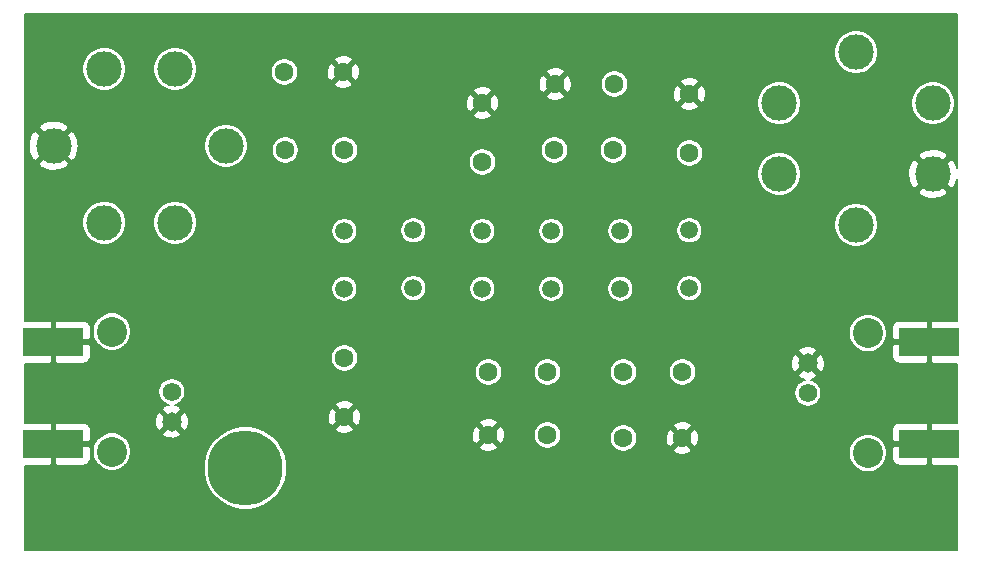
<source format=gbr>
G04 #@! TF.GenerationSoftware,KiCad,Pcbnew,(5.1.10)-1*
G04 #@! TF.CreationDate,2021-08-30T15:41:29-04:00*
G04 #@! TF.ProjectId,SSB6,53534236-2e6b-4696-9361-645f70636258,1*
G04 #@! TF.SameCoordinates,Original*
G04 #@! TF.FileFunction,Copper,L2,Bot*
G04 #@! TF.FilePolarity,Positive*
%FSLAX46Y46*%
G04 Gerber Fmt 4.6, Leading zero omitted, Abs format (unit mm)*
G04 Created by KiCad (PCBNEW (5.1.10)-1) date 2021-08-30 15:41:29*
%MOMM*%
%LPD*%
G01*
G04 APERTURE LIST*
G04 #@! TA.AperFunction,ComponentPad*
%ADD10C,6.350000*%
G04 #@! TD*
G04 #@! TA.AperFunction,ComponentPad*
%ADD11C,1.574800*%
G04 #@! TD*
G04 #@! TA.AperFunction,ComponentPad*
%ADD12C,1.651000*%
G04 #@! TD*
G04 #@! TA.AperFunction,ComponentPad*
%ADD13C,2.540000*%
G04 #@! TD*
G04 #@! TA.AperFunction,SMDPad,CuDef*
%ADD14R,5.080000X2.413000*%
G04 #@! TD*
G04 #@! TA.AperFunction,ComponentPad*
%ADD15C,1.600000*%
G04 #@! TD*
G04 #@! TA.AperFunction,ComponentPad*
%ADD16C,1.500000*%
G04 #@! TD*
G04 #@! TA.AperFunction,ComponentPad*
%ADD17C,3.000000*%
G04 #@! TD*
G04 #@! TA.AperFunction,ViaPad*
%ADD18C,0.889000*%
G04 #@! TD*
G04 #@! TA.AperFunction,ViaPad*
%ADD19C,1.397000*%
G04 #@! TD*
G04 #@! TA.AperFunction,ViaPad*
%ADD20C,1.676400*%
G04 #@! TD*
G04 #@! TA.AperFunction,Conductor*
%ADD21C,0.203200*%
G04 #@! TD*
G04 #@! TA.AperFunction,Conductor*
%ADD22C,0.150000*%
G04 #@! TD*
G04 APERTURE END LIST*
D10*
X51582000Y-85102400D03*
D11*
X45359000Y-78625400D03*
D12*
X45359000Y-81165400D03*
D13*
X40279000Y-83705400D03*
X40279000Y-73545400D03*
X104287000Y-83832400D03*
X104287000Y-73672400D03*
D12*
X99207000Y-76212400D03*
D11*
X99207000Y-78752400D03*
D14*
X35326000Y-74434400D03*
X35326000Y-83070400D03*
X109494000Y-83070400D03*
X109494000Y-74434400D03*
D15*
X54884000Y-51574400D03*
X59884000Y-51574400D03*
X54964000Y-58178400D03*
X59964000Y-58178400D03*
X59964000Y-80784400D03*
X59964000Y-75784400D03*
X71648000Y-59194400D03*
X71648000Y-54194400D03*
X77156000Y-76974400D03*
X72156000Y-76974400D03*
X77156000Y-82308400D03*
X72156000Y-82308400D03*
X82744000Y-58178400D03*
X77744000Y-58178400D03*
X82824000Y-52590400D03*
X77824000Y-52590400D03*
X83586000Y-82562400D03*
X88586000Y-82562400D03*
X83586000Y-76974400D03*
X88586000Y-76974400D03*
X89174000Y-53432400D03*
X89174000Y-58432400D03*
D16*
X59964000Y-65036400D03*
X59964000Y-69916400D03*
X71648000Y-65036400D03*
X71648000Y-69916400D03*
X77490000Y-69916400D03*
X77490000Y-65036400D03*
X83332000Y-65036400D03*
X83332000Y-69916400D03*
X89174000Y-64982400D03*
X89174000Y-69862400D03*
X65806000Y-69862400D03*
X65806000Y-64982400D03*
D17*
X49944000Y-57820400D03*
X35344000Y-57820400D03*
X45644000Y-64320400D03*
X45644000Y-51320400D03*
X39644000Y-64320400D03*
X39644000Y-51320400D03*
X96794000Y-60210400D03*
X109794000Y-60210400D03*
X96794000Y-54210400D03*
X109794000Y-54210400D03*
X103294000Y-64510400D03*
X103294000Y-49910400D03*
D18*
X35707000Y-48653400D03*
X48280000Y-48653400D03*
D19*
X63012000Y-48018400D03*
X81046000Y-48399400D03*
D18*
X92857000Y-48399400D03*
X107716000Y-48272400D03*
X107716000Y-89928400D03*
D19*
X92984000Y-75450400D03*
X55392000Y-67576400D03*
D20*
X94000000Y-67576400D03*
D18*
X48280000Y-90436400D03*
X35834000Y-90436400D03*
X35707000Y-67957400D03*
X65044000Y-59448400D03*
X56408000Y-48018400D03*
X98826000Y-49288400D03*
X66822000Y-85864400D03*
X40406000Y-90436400D03*
X92984000Y-83070400D03*
D21*
X111858901Y-59732532D02*
X111858452Y-59729123D01*
X111724892Y-59335616D01*
X111594102Y-59090927D01*
X111288749Y-58931177D01*
X110009526Y-60210400D01*
X111288749Y-61489623D01*
X111594102Y-61329873D01*
X111777912Y-60957180D01*
X111858901Y-60654974D01*
X111858900Y-72615581D01*
X109798800Y-72618300D01*
X109646400Y-72770700D01*
X109646400Y-74282000D01*
X109666400Y-74282000D01*
X109666400Y-74586800D01*
X109646400Y-74586800D01*
X109646400Y-76098100D01*
X109798800Y-76250500D01*
X111858900Y-76253219D01*
X111858900Y-81251581D01*
X109798800Y-81254300D01*
X109646400Y-81406700D01*
X109646400Y-82918000D01*
X109666400Y-82918000D01*
X109666400Y-83222800D01*
X109646400Y-83222800D01*
X109646400Y-84734100D01*
X109798800Y-84886500D01*
X111858900Y-84889219D01*
X111858900Y-92067178D01*
X32951100Y-92049423D01*
X32951100Y-84889232D01*
X35021200Y-84886500D01*
X35173600Y-84734100D01*
X35173600Y-83222800D01*
X35478400Y-83222800D01*
X35478400Y-84734100D01*
X35630800Y-84886500D01*
X37866000Y-84889450D01*
X37985503Y-84877680D01*
X38100413Y-84842822D01*
X38206315Y-84786217D01*
X38299138Y-84710038D01*
X38375317Y-84617215D01*
X38431922Y-84511313D01*
X38466780Y-84396403D01*
X38478550Y-84276900D01*
X38476157Y-83545292D01*
X38653400Y-83545292D01*
X38653400Y-83865508D01*
X38715870Y-84179570D01*
X38838412Y-84475411D01*
X39016314Y-84741660D01*
X39242740Y-84968086D01*
X39508989Y-85145988D01*
X39804830Y-85268530D01*
X40118892Y-85331000D01*
X40439108Y-85331000D01*
X40753170Y-85268530D01*
X41049011Y-85145988D01*
X41315260Y-84968086D01*
X41528680Y-84754666D01*
X48051400Y-84754666D01*
X48051400Y-85450134D01*
X48187079Y-86132238D01*
X48453223Y-86774766D01*
X48839604Y-87353026D01*
X49331374Y-87844796D01*
X49909634Y-88231177D01*
X50552162Y-88497321D01*
X51234266Y-88633000D01*
X51929734Y-88633000D01*
X52611838Y-88497321D01*
X53254366Y-88231177D01*
X53832626Y-87844796D01*
X54324396Y-87353026D01*
X54710777Y-86774766D01*
X54976921Y-86132238D01*
X55112600Y-85450134D01*
X55112600Y-84754666D01*
X54976921Y-84072562D01*
X54710777Y-83430034D01*
X54626190Y-83303440D01*
X71376486Y-83303440D01*
X71451577Y-83537233D01*
X71704845Y-83651048D01*
X71975452Y-83713266D01*
X72252997Y-83721495D01*
X72526814Y-83675420D01*
X72786381Y-83576811D01*
X72860423Y-83537233D01*
X72935514Y-83303440D01*
X72156000Y-82523926D01*
X71376486Y-83303440D01*
X54626190Y-83303440D01*
X54324396Y-82851774D01*
X53878019Y-82405397D01*
X70742905Y-82405397D01*
X70788980Y-82679214D01*
X70887589Y-82938781D01*
X70927167Y-83012823D01*
X71160960Y-83087914D01*
X71940474Y-82308400D01*
X72371526Y-82308400D01*
X73151040Y-83087914D01*
X73384833Y-83012823D01*
X73498648Y-82759555D01*
X73560866Y-82488948D01*
X73569095Y-82211403D01*
X73566265Y-82194583D01*
X76000400Y-82194583D01*
X76000400Y-82422217D01*
X76044809Y-82645476D01*
X76131921Y-82855782D01*
X76258387Y-83045052D01*
X76419348Y-83206013D01*
X76608618Y-83332479D01*
X76818924Y-83419591D01*
X77042183Y-83464000D01*
X77269817Y-83464000D01*
X77493076Y-83419591D01*
X77703382Y-83332479D01*
X77892652Y-83206013D01*
X78053613Y-83045052D01*
X78180079Y-82855782D01*
X78267191Y-82645476D01*
X78306355Y-82448583D01*
X82430400Y-82448583D01*
X82430400Y-82676217D01*
X82474809Y-82899476D01*
X82561921Y-83109782D01*
X82688387Y-83299052D01*
X82849348Y-83460013D01*
X83038618Y-83586479D01*
X83248924Y-83673591D01*
X83472183Y-83718000D01*
X83699817Y-83718000D01*
X83923076Y-83673591D01*
X84133382Y-83586479D01*
X84176841Y-83557440D01*
X87806486Y-83557440D01*
X87881577Y-83791233D01*
X88134845Y-83905048D01*
X88405452Y-83967266D01*
X88682997Y-83975495D01*
X88956814Y-83929420D01*
X89216381Y-83830811D01*
X89290423Y-83791233D01*
X89328625Y-83672292D01*
X102661400Y-83672292D01*
X102661400Y-83992508D01*
X102723870Y-84306570D01*
X102846412Y-84602411D01*
X103024314Y-84868660D01*
X103250740Y-85095086D01*
X103516989Y-85272988D01*
X103812830Y-85395530D01*
X104126892Y-85458000D01*
X104447108Y-85458000D01*
X104761170Y-85395530D01*
X105057011Y-85272988D01*
X105323260Y-85095086D01*
X105549686Y-84868660D01*
X105727588Y-84602411D01*
X105850130Y-84306570D01*
X105856031Y-84276900D01*
X106341450Y-84276900D01*
X106353220Y-84396403D01*
X106388078Y-84511313D01*
X106444683Y-84617215D01*
X106520862Y-84710038D01*
X106613685Y-84786217D01*
X106719587Y-84842822D01*
X106834497Y-84877680D01*
X106954000Y-84889450D01*
X109189200Y-84886500D01*
X109341600Y-84734100D01*
X109341600Y-83222800D01*
X106496800Y-83222800D01*
X106344400Y-83375200D01*
X106341450Y-84276900D01*
X105856031Y-84276900D01*
X105912600Y-83992508D01*
X105912600Y-83672292D01*
X105850130Y-83358230D01*
X105727588Y-83062389D01*
X105549686Y-82796140D01*
X105323260Y-82569714D01*
X105057011Y-82391812D01*
X104761170Y-82269270D01*
X104447108Y-82206800D01*
X104126892Y-82206800D01*
X103812830Y-82269270D01*
X103516989Y-82391812D01*
X103250740Y-82569714D01*
X103024314Y-82796140D01*
X102846412Y-83062389D01*
X102723870Y-83358230D01*
X102661400Y-83672292D01*
X89328625Y-83672292D01*
X89365514Y-83557440D01*
X88586000Y-82777926D01*
X87806486Y-83557440D01*
X84176841Y-83557440D01*
X84322652Y-83460013D01*
X84483613Y-83299052D01*
X84610079Y-83109782D01*
X84697191Y-82899476D01*
X84741600Y-82676217D01*
X84741600Y-82659397D01*
X87172905Y-82659397D01*
X87218980Y-82933214D01*
X87317589Y-83192781D01*
X87357167Y-83266823D01*
X87590960Y-83341914D01*
X88370474Y-82562400D01*
X88801526Y-82562400D01*
X89581040Y-83341914D01*
X89814833Y-83266823D01*
X89928648Y-83013555D01*
X89990866Y-82742948D01*
X89999095Y-82465403D01*
X89953020Y-82191586D01*
X89854411Y-81932019D01*
X89818000Y-81863900D01*
X106341450Y-81863900D01*
X106344400Y-82765600D01*
X106496800Y-82918000D01*
X109341600Y-82918000D01*
X109341600Y-81406700D01*
X109189200Y-81254300D01*
X106954000Y-81251350D01*
X106834497Y-81263120D01*
X106719587Y-81297978D01*
X106613685Y-81354583D01*
X106520862Y-81430762D01*
X106444683Y-81523585D01*
X106388078Y-81629487D01*
X106353220Y-81744397D01*
X106341450Y-81863900D01*
X89818000Y-81863900D01*
X89814833Y-81857977D01*
X89581040Y-81782886D01*
X88801526Y-82562400D01*
X88370474Y-82562400D01*
X87590960Y-81782886D01*
X87357167Y-81857977D01*
X87243352Y-82111245D01*
X87181134Y-82381852D01*
X87172905Y-82659397D01*
X84741600Y-82659397D01*
X84741600Y-82448583D01*
X84697191Y-82225324D01*
X84610079Y-82015018D01*
X84483613Y-81825748D01*
X84322652Y-81664787D01*
X84176842Y-81567360D01*
X87806486Y-81567360D01*
X88586000Y-82346874D01*
X89365514Y-81567360D01*
X89290423Y-81333567D01*
X89037155Y-81219752D01*
X88766548Y-81157534D01*
X88489003Y-81149305D01*
X88215186Y-81195380D01*
X87955619Y-81293989D01*
X87881577Y-81333567D01*
X87806486Y-81567360D01*
X84176842Y-81567360D01*
X84133382Y-81538321D01*
X83923076Y-81451209D01*
X83699817Y-81406800D01*
X83472183Y-81406800D01*
X83248924Y-81451209D01*
X83038618Y-81538321D01*
X82849348Y-81664787D01*
X82688387Y-81825748D01*
X82561921Y-82015018D01*
X82474809Y-82225324D01*
X82430400Y-82448583D01*
X78306355Y-82448583D01*
X78311600Y-82422217D01*
X78311600Y-82194583D01*
X78267191Y-81971324D01*
X78180079Y-81761018D01*
X78053613Y-81571748D01*
X77892652Y-81410787D01*
X77703382Y-81284321D01*
X77493076Y-81197209D01*
X77269817Y-81152800D01*
X77042183Y-81152800D01*
X76818924Y-81197209D01*
X76608618Y-81284321D01*
X76419348Y-81410787D01*
X76258387Y-81571748D01*
X76131921Y-81761018D01*
X76044809Y-81971324D01*
X76000400Y-82194583D01*
X73566265Y-82194583D01*
X73523020Y-81937586D01*
X73424411Y-81678019D01*
X73384833Y-81603977D01*
X73151040Y-81528886D01*
X72371526Y-82308400D01*
X71940474Y-82308400D01*
X71160960Y-81528886D01*
X70927167Y-81603977D01*
X70813352Y-81857245D01*
X70751134Y-82127852D01*
X70742905Y-82405397D01*
X53878019Y-82405397D01*
X53832626Y-82360004D01*
X53254366Y-81973623D01*
X52785568Y-81779440D01*
X59184486Y-81779440D01*
X59259577Y-82013233D01*
X59512845Y-82127048D01*
X59783452Y-82189266D01*
X60060997Y-82197495D01*
X60334814Y-82151420D01*
X60594381Y-82052811D01*
X60668423Y-82013233D01*
X60743514Y-81779440D01*
X59964000Y-80999926D01*
X59184486Y-81779440D01*
X52785568Y-81779440D01*
X52611838Y-81707479D01*
X51929734Y-81571800D01*
X51234266Y-81571800D01*
X50552162Y-81707479D01*
X49909634Y-81973623D01*
X49331374Y-82360004D01*
X48839604Y-82851774D01*
X48453223Y-83430034D01*
X48187079Y-84072562D01*
X48051400Y-84754666D01*
X41528680Y-84754666D01*
X41541686Y-84741660D01*
X41719588Y-84475411D01*
X41842130Y-84179570D01*
X41904600Y-83865508D01*
X41904600Y-83545292D01*
X41842130Y-83231230D01*
X41719588Y-82935389D01*
X41541686Y-82669140D01*
X41315260Y-82442714D01*
X41049011Y-82264812D01*
X40841096Y-82178690D01*
X44561236Y-82178690D01*
X44639429Y-82415083D01*
X44897056Y-82531452D01*
X45172436Y-82595324D01*
X45454985Y-82604246D01*
X45733846Y-82557873D01*
X45998301Y-82457988D01*
X46078571Y-82415083D01*
X46156764Y-82178690D01*
X45359000Y-81380926D01*
X44561236Y-82178690D01*
X40841096Y-82178690D01*
X40753170Y-82142270D01*
X40439108Y-82079800D01*
X40118892Y-82079800D01*
X39804830Y-82142270D01*
X39508989Y-82264812D01*
X39242740Y-82442714D01*
X39016314Y-82669140D01*
X38838412Y-82935389D01*
X38715870Y-83231230D01*
X38653400Y-83545292D01*
X38476157Y-83545292D01*
X38475600Y-83375200D01*
X38323200Y-83222800D01*
X35478400Y-83222800D01*
X35173600Y-83222800D01*
X35153600Y-83222800D01*
X35153600Y-82918000D01*
X35173600Y-82918000D01*
X35173600Y-81406700D01*
X35478400Y-81406700D01*
X35478400Y-82918000D01*
X38323200Y-82918000D01*
X38475600Y-82765600D01*
X38478550Y-81863900D01*
X38466780Y-81744397D01*
X38431922Y-81629487D01*
X38375317Y-81523585D01*
X38299138Y-81430762D01*
X38206315Y-81354583D01*
X38100413Y-81297978D01*
X37985503Y-81263120D01*
X37967888Y-81261385D01*
X43920154Y-81261385D01*
X43966527Y-81540246D01*
X44066412Y-81804701D01*
X44109317Y-81884971D01*
X44345710Y-81963164D01*
X45143474Y-81165400D01*
X45574526Y-81165400D01*
X46372290Y-81963164D01*
X46608683Y-81884971D01*
X46725052Y-81627344D01*
X46788924Y-81351964D01*
X46797846Y-81069415D01*
X46766580Y-80881397D01*
X58550905Y-80881397D01*
X58596980Y-81155214D01*
X58695589Y-81414781D01*
X58735167Y-81488823D01*
X58968960Y-81563914D01*
X59748474Y-80784400D01*
X60179526Y-80784400D01*
X60959040Y-81563914D01*
X61192833Y-81488823D01*
X61271683Y-81313360D01*
X71376486Y-81313360D01*
X72156000Y-82092874D01*
X72935514Y-81313360D01*
X72860423Y-81079567D01*
X72607155Y-80965752D01*
X72336548Y-80903534D01*
X72059003Y-80895305D01*
X71785186Y-80941380D01*
X71525619Y-81039989D01*
X71451577Y-81079567D01*
X71376486Y-81313360D01*
X61271683Y-81313360D01*
X61306648Y-81235555D01*
X61368866Y-80964948D01*
X61377095Y-80687403D01*
X61331020Y-80413586D01*
X61232411Y-80154019D01*
X61192833Y-80079977D01*
X60959040Y-80004886D01*
X60179526Y-80784400D01*
X59748474Y-80784400D01*
X58968960Y-80004886D01*
X58735167Y-80079977D01*
X58621352Y-80333245D01*
X58559134Y-80603852D01*
X58550905Y-80881397D01*
X46766580Y-80881397D01*
X46751473Y-80790554D01*
X46651588Y-80526099D01*
X46608683Y-80445829D01*
X46372290Y-80367636D01*
X45574526Y-81165400D01*
X45143474Y-81165400D01*
X44345710Y-80367636D01*
X44109317Y-80445829D01*
X43992948Y-80703456D01*
X43929076Y-80978836D01*
X43920154Y-81261385D01*
X37967888Y-81261385D01*
X37866000Y-81251350D01*
X35630800Y-81254300D01*
X35478400Y-81406700D01*
X35173600Y-81406700D01*
X35021200Y-81254300D01*
X32951100Y-81251568D01*
X32951100Y-78512824D01*
X44216000Y-78512824D01*
X44216000Y-78737976D01*
X44259925Y-78958801D01*
X44346087Y-79166813D01*
X44471174Y-79354020D01*
X44630380Y-79513226D01*
X44817587Y-79638313D01*
X45025599Y-79724475D01*
X45139397Y-79747111D01*
X44984154Y-79772927D01*
X44719699Y-79872812D01*
X44639429Y-79915717D01*
X44561236Y-80152110D01*
X45359000Y-80949874D01*
X46156764Y-80152110D01*
X46078571Y-79915717D01*
X45820944Y-79799348D01*
X45777882Y-79789360D01*
X59184486Y-79789360D01*
X59964000Y-80568874D01*
X60743514Y-79789360D01*
X60668423Y-79555567D01*
X60415155Y-79441752D01*
X60144548Y-79379534D01*
X59867003Y-79371305D01*
X59593186Y-79417380D01*
X59333619Y-79515989D01*
X59259577Y-79555567D01*
X59184486Y-79789360D01*
X45777882Y-79789360D01*
X45587821Y-79745277D01*
X45692401Y-79724475D01*
X45900413Y-79638313D01*
X46087620Y-79513226D01*
X46246826Y-79354020D01*
X46371913Y-79166813D01*
X46458075Y-78958801D01*
X46502000Y-78737976D01*
X46502000Y-78639824D01*
X98064000Y-78639824D01*
X98064000Y-78864976D01*
X98107925Y-79085801D01*
X98194087Y-79293813D01*
X98319174Y-79481020D01*
X98478380Y-79640226D01*
X98665587Y-79765313D01*
X98873599Y-79851475D01*
X99094424Y-79895400D01*
X99319576Y-79895400D01*
X99540401Y-79851475D01*
X99748413Y-79765313D01*
X99935620Y-79640226D01*
X100094826Y-79481020D01*
X100219913Y-79293813D01*
X100306075Y-79085801D01*
X100350000Y-78864976D01*
X100350000Y-78639824D01*
X100306075Y-78418999D01*
X100219913Y-78210987D01*
X100094826Y-78023780D01*
X99935620Y-77864574D01*
X99748413Y-77739487D01*
X99540401Y-77653325D01*
X99426603Y-77630689D01*
X99581846Y-77604873D01*
X99846301Y-77504988D01*
X99926571Y-77462083D01*
X100004764Y-77225690D01*
X99207000Y-76427926D01*
X98409236Y-77225690D01*
X98487429Y-77462083D01*
X98745056Y-77578452D01*
X98978179Y-77632523D01*
X98873599Y-77653325D01*
X98665587Y-77739487D01*
X98478380Y-77864574D01*
X98319174Y-78023780D01*
X98194087Y-78210987D01*
X98107925Y-78418999D01*
X98064000Y-78639824D01*
X46502000Y-78639824D01*
X46502000Y-78512824D01*
X46458075Y-78291999D01*
X46371913Y-78083987D01*
X46246826Y-77896780D01*
X46087620Y-77737574D01*
X45900413Y-77612487D01*
X45692401Y-77526325D01*
X45471576Y-77482400D01*
X45246424Y-77482400D01*
X45025599Y-77526325D01*
X44817587Y-77612487D01*
X44630380Y-77737574D01*
X44471174Y-77896780D01*
X44346087Y-78083987D01*
X44259925Y-78291999D01*
X44216000Y-78512824D01*
X32951100Y-78512824D01*
X32951100Y-76253232D01*
X35021200Y-76250500D01*
X35173600Y-76098100D01*
X35173600Y-74586800D01*
X35478400Y-74586800D01*
X35478400Y-76098100D01*
X35630800Y-76250500D01*
X37866000Y-76253450D01*
X37985503Y-76241680D01*
X38100413Y-76206822D01*
X38206315Y-76150217D01*
X38299138Y-76074038D01*
X38375317Y-75981215D01*
X38431922Y-75875313D01*
X38466780Y-75760403D01*
X38475626Y-75670583D01*
X58808400Y-75670583D01*
X58808400Y-75898217D01*
X58852809Y-76121476D01*
X58939921Y-76331782D01*
X59066387Y-76521052D01*
X59227348Y-76682013D01*
X59416618Y-76808479D01*
X59626924Y-76895591D01*
X59850183Y-76940000D01*
X60077817Y-76940000D01*
X60301076Y-76895591D01*
X60385592Y-76860583D01*
X71000400Y-76860583D01*
X71000400Y-77088217D01*
X71044809Y-77311476D01*
X71131921Y-77521782D01*
X71258387Y-77711052D01*
X71419348Y-77872013D01*
X71608618Y-77998479D01*
X71818924Y-78085591D01*
X72042183Y-78130000D01*
X72269817Y-78130000D01*
X72493076Y-78085591D01*
X72703382Y-77998479D01*
X72892652Y-77872013D01*
X73053613Y-77711052D01*
X73180079Y-77521782D01*
X73267191Y-77311476D01*
X73311600Y-77088217D01*
X73311600Y-76860583D01*
X76000400Y-76860583D01*
X76000400Y-77088217D01*
X76044809Y-77311476D01*
X76131921Y-77521782D01*
X76258387Y-77711052D01*
X76419348Y-77872013D01*
X76608618Y-77998479D01*
X76818924Y-78085591D01*
X77042183Y-78130000D01*
X77269817Y-78130000D01*
X77493076Y-78085591D01*
X77703382Y-77998479D01*
X77892652Y-77872013D01*
X78053613Y-77711052D01*
X78180079Y-77521782D01*
X78267191Y-77311476D01*
X78311600Y-77088217D01*
X78311600Y-76860583D01*
X82430400Y-76860583D01*
X82430400Y-77088217D01*
X82474809Y-77311476D01*
X82561921Y-77521782D01*
X82688387Y-77711052D01*
X82849348Y-77872013D01*
X83038618Y-77998479D01*
X83248924Y-78085591D01*
X83472183Y-78130000D01*
X83699817Y-78130000D01*
X83923076Y-78085591D01*
X84133382Y-77998479D01*
X84322652Y-77872013D01*
X84483613Y-77711052D01*
X84610079Y-77521782D01*
X84697191Y-77311476D01*
X84741600Y-77088217D01*
X84741600Y-76860583D01*
X87430400Y-76860583D01*
X87430400Y-77088217D01*
X87474809Y-77311476D01*
X87561921Y-77521782D01*
X87688387Y-77711052D01*
X87849348Y-77872013D01*
X88038618Y-77998479D01*
X88248924Y-78085591D01*
X88472183Y-78130000D01*
X88699817Y-78130000D01*
X88923076Y-78085591D01*
X89133382Y-77998479D01*
X89322652Y-77872013D01*
X89483613Y-77711052D01*
X89610079Y-77521782D01*
X89697191Y-77311476D01*
X89741600Y-77088217D01*
X89741600Y-76860583D01*
X89697191Y-76637324D01*
X89610079Y-76427018D01*
X89530812Y-76308385D01*
X97768154Y-76308385D01*
X97814527Y-76587246D01*
X97914412Y-76851701D01*
X97957317Y-76931971D01*
X98193710Y-77010164D01*
X98991474Y-76212400D01*
X99422526Y-76212400D01*
X100220290Y-77010164D01*
X100456683Y-76931971D01*
X100573052Y-76674344D01*
X100636924Y-76398964D01*
X100645846Y-76116415D01*
X100599473Y-75837554D01*
X100525197Y-75640900D01*
X106341450Y-75640900D01*
X106353220Y-75760403D01*
X106388078Y-75875313D01*
X106444683Y-75981215D01*
X106520862Y-76074038D01*
X106613685Y-76150217D01*
X106719587Y-76206822D01*
X106834497Y-76241680D01*
X106954000Y-76253450D01*
X109189200Y-76250500D01*
X109341600Y-76098100D01*
X109341600Y-74586800D01*
X106496800Y-74586800D01*
X106344400Y-74739200D01*
X106341450Y-75640900D01*
X100525197Y-75640900D01*
X100499588Y-75573099D01*
X100456683Y-75492829D01*
X100220290Y-75414636D01*
X99422526Y-76212400D01*
X98991474Y-76212400D01*
X98193710Y-75414636D01*
X97957317Y-75492829D01*
X97840948Y-75750456D01*
X97777076Y-76025836D01*
X97768154Y-76308385D01*
X89530812Y-76308385D01*
X89483613Y-76237748D01*
X89322652Y-76076787D01*
X89133382Y-75950321D01*
X88923076Y-75863209D01*
X88699817Y-75818800D01*
X88472183Y-75818800D01*
X88248924Y-75863209D01*
X88038618Y-75950321D01*
X87849348Y-76076787D01*
X87688387Y-76237748D01*
X87561921Y-76427018D01*
X87474809Y-76637324D01*
X87430400Y-76860583D01*
X84741600Y-76860583D01*
X84697191Y-76637324D01*
X84610079Y-76427018D01*
X84483613Y-76237748D01*
X84322652Y-76076787D01*
X84133382Y-75950321D01*
X83923076Y-75863209D01*
X83699817Y-75818800D01*
X83472183Y-75818800D01*
X83248924Y-75863209D01*
X83038618Y-75950321D01*
X82849348Y-76076787D01*
X82688387Y-76237748D01*
X82561921Y-76427018D01*
X82474809Y-76637324D01*
X82430400Y-76860583D01*
X78311600Y-76860583D01*
X78267191Y-76637324D01*
X78180079Y-76427018D01*
X78053613Y-76237748D01*
X77892652Y-76076787D01*
X77703382Y-75950321D01*
X77493076Y-75863209D01*
X77269817Y-75818800D01*
X77042183Y-75818800D01*
X76818924Y-75863209D01*
X76608618Y-75950321D01*
X76419348Y-76076787D01*
X76258387Y-76237748D01*
X76131921Y-76427018D01*
X76044809Y-76637324D01*
X76000400Y-76860583D01*
X73311600Y-76860583D01*
X73267191Y-76637324D01*
X73180079Y-76427018D01*
X73053613Y-76237748D01*
X72892652Y-76076787D01*
X72703382Y-75950321D01*
X72493076Y-75863209D01*
X72269817Y-75818800D01*
X72042183Y-75818800D01*
X71818924Y-75863209D01*
X71608618Y-75950321D01*
X71419348Y-76076787D01*
X71258387Y-76237748D01*
X71131921Y-76427018D01*
X71044809Y-76637324D01*
X71000400Y-76860583D01*
X60385592Y-76860583D01*
X60511382Y-76808479D01*
X60700652Y-76682013D01*
X60861613Y-76521052D01*
X60988079Y-76331782D01*
X61075191Y-76121476D01*
X61119600Y-75898217D01*
X61119600Y-75670583D01*
X61075191Y-75447324D01*
X60988079Y-75237018D01*
X60962750Y-75199110D01*
X98409236Y-75199110D01*
X99207000Y-75996874D01*
X100004764Y-75199110D01*
X99926571Y-74962717D01*
X99668944Y-74846348D01*
X99393564Y-74782476D01*
X99111015Y-74773554D01*
X98832154Y-74819927D01*
X98567699Y-74919812D01*
X98487429Y-74962717D01*
X98409236Y-75199110D01*
X60962750Y-75199110D01*
X60861613Y-75047748D01*
X60700652Y-74886787D01*
X60511382Y-74760321D01*
X60301076Y-74673209D01*
X60077817Y-74628800D01*
X59850183Y-74628800D01*
X59626924Y-74673209D01*
X59416618Y-74760321D01*
X59227348Y-74886787D01*
X59066387Y-75047748D01*
X58939921Y-75237018D01*
X58852809Y-75447324D01*
X58808400Y-75670583D01*
X38475626Y-75670583D01*
X38478550Y-75640900D01*
X38475600Y-74739200D01*
X38323200Y-74586800D01*
X35478400Y-74586800D01*
X35173600Y-74586800D01*
X35153600Y-74586800D01*
X35153600Y-74282000D01*
X35173600Y-74282000D01*
X35173600Y-72770700D01*
X35478400Y-72770700D01*
X35478400Y-74282000D01*
X38323200Y-74282000D01*
X38475600Y-74129600D01*
X38478035Y-73385292D01*
X38653400Y-73385292D01*
X38653400Y-73705508D01*
X38715870Y-74019570D01*
X38838412Y-74315411D01*
X39016314Y-74581660D01*
X39242740Y-74808086D01*
X39508989Y-74985988D01*
X39804830Y-75108530D01*
X40118892Y-75171000D01*
X40439108Y-75171000D01*
X40753170Y-75108530D01*
X41049011Y-74985988D01*
X41315260Y-74808086D01*
X41541686Y-74581660D01*
X41719588Y-74315411D01*
X41842130Y-74019570D01*
X41904600Y-73705508D01*
X41904600Y-73512292D01*
X102661400Y-73512292D01*
X102661400Y-73832508D01*
X102723870Y-74146570D01*
X102846412Y-74442411D01*
X103024314Y-74708660D01*
X103250740Y-74935086D01*
X103516989Y-75112988D01*
X103812830Y-75235530D01*
X104126892Y-75298000D01*
X104447108Y-75298000D01*
X104761170Y-75235530D01*
X105057011Y-75112988D01*
X105323260Y-74935086D01*
X105549686Y-74708660D01*
X105727588Y-74442411D01*
X105850130Y-74146570D01*
X105912600Y-73832508D01*
X105912600Y-73512292D01*
X105856032Y-73227900D01*
X106341450Y-73227900D01*
X106344400Y-74129600D01*
X106496800Y-74282000D01*
X109341600Y-74282000D01*
X109341600Y-72770700D01*
X109189200Y-72618300D01*
X106954000Y-72615350D01*
X106834497Y-72627120D01*
X106719587Y-72661978D01*
X106613685Y-72718583D01*
X106520862Y-72794762D01*
X106444683Y-72887585D01*
X106388078Y-72993487D01*
X106353220Y-73108397D01*
X106341450Y-73227900D01*
X105856032Y-73227900D01*
X105850130Y-73198230D01*
X105727588Y-72902389D01*
X105549686Y-72636140D01*
X105323260Y-72409714D01*
X105057011Y-72231812D01*
X104761170Y-72109270D01*
X104447108Y-72046800D01*
X104126892Y-72046800D01*
X103812830Y-72109270D01*
X103516989Y-72231812D01*
X103250740Y-72409714D01*
X103024314Y-72636140D01*
X102846412Y-72902389D01*
X102723870Y-73198230D01*
X102661400Y-73512292D01*
X41904600Y-73512292D01*
X41904600Y-73385292D01*
X41842130Y-73071230D01*
X41719588Y-72775389D01*
X41541686Y-72509140D01*
X41315260Y-72282714D01*
X41049011Y-72104812D01*
X40753170Y-71982270D01*
X40439108Y-71919800D01*
X40118892Y-71919800D01*
X39804830Y-71982270D01*
X39508989Y-72104812D01*
X39242740Y-72282714D01*
X39016314Y-72509140D01*
X38838412Y-72775389D01*
X38715870Y-73071230D01*
X38653400Y-73385292D01*
X38478035Y-73385292D01*
X38478550Y-73227900D01*
X38466780Y-73108397D01*
X38431922Y-72993487D01*
X38375317Y-72887585D01*
X38299138Y-72794762D01*
X38206315Y-72718583D01*
X38100413Y-72661978D01*
X37985503Y-72627120D01*
X37866000Y-72615350D01*
X35630800Y-72618300D01*
X35478400Y-72770700D01*
X35173600Y-72770700D01*
X35021200Y-72618300D01*
X32951100Y-72615568D01*
X32951100Y-69807508D01*
X58858400Y-69807508D01*
X58858400Y-70025292D01*
X58900887Y-70238892D01*
X58984230Y-70440098D01*
X59105224Y-70621179D01*
X59259221Y-70775176D01*
X59440302Y-70896170D01*
X59641508Y-70979513D01*
X59855108Y-71022000D01*
X60072892Y-71022000D01*
X60286492Y-70979513D01*
X60487698Y-70896170D01*
X60668779Y-70775176D01*
X60822776Y-70621179D01*
X60943770Y-70440098D01*
X61027113Y-70238892D01*
X61069600Y-70025292D01*
X61069600Y-69807508D01*
X61058859Y-69753508D01*
X64700400Y-69753508D01*
X64700400Y-69971292D01*
X64742887Y-70184892D01*
X64826230Y-70386098D01*
X64947224Y-70567179D01*
X65101221Y-70721176D01*
X65282302Y-70842170D01*
X65483508Y-70925513D01*
X65697108Y-70968000D01*
X65914892Y-70968000D01*
X66128492Y-70925513D01*
X66329698Y-70842170D01*
X66510779Y-70721176D01*
X66664776Y-70567179D01*
X66785770Y-70386098D01*
X66869113Y-70184892D01*
X66911600Y-69971292D01*
X66911600Y-69807508D01*
X70542400Y-69807508D01*
X70542400Y-70025292D01*
X70584887Y-70238892D01*
X70668230Y-70440098D01*
X70789224Y-70621179D01*
X70943221Y-70775176D01*
X71124302Y-70896170D01*
X71325508Y-70979513D01*
X71539108Y-71022000D01*
X71756892Y-71022000D01*
X71970492Y-70979513D01*
X72171698Y-70896170D01*
X72352779Y-70775176D01*
X72506776Y-70621179D01*
X72627770Y-70440098D01*
X72711113Y-70238892D01*
X72753600Y-70025292D01*
X72753600Y-69807508D01*
X76384400Y-69807508D01*
X76384400Y-70025292D01*
X76426887Y-70238892D01*
X76510230Y-70440098D01*
X76631224Y-70621179D01*
X76785221Y-70775176D01*
X76966302Y-70896170D01*
X77167508Y-70979513D01*
X77381108Y-71022000D01*
X77598892Y-71022000D01*
X77812492Y-70979513D01*
X78013698Y-70896170D01*
X78194779Y-70775176D01*
X78348776Y-70621179D01*
X78469770Y-70440098D01*
X78553113Y-70238892D01*
X78595600Y-70025292D01*
X78595600Y-69807508D01*
X82226400Y-69807508D01*
X82226400Y-70025292D01*
X82268887Y-70238892D01*
X82352230Y-70440098D01*
X82473224Y-70621179D01*
X82627221Y-70775176D01*
X82808302Y-70896170D01*
X83009508Y-70979513D01*
X83223108Y-71022000D01*
X83440892Y-71022000D01*
X83654492Y-70979513D01*
X83855698Y-70896170D01*
X84036779Y-70775176D01*
X84190776Y-70621179D01*
X84311770Y-70440098D01*
X84395113Y-70238892D01*
X84437600Y-70025292D01*
X84437600Y-69807508D01*
X84426859Y-69753508D01*
X88068400Y-69753508D01*
X88068400Y-69971292D01*
X88110887Y-70184892D01*
X88194230Y-70386098D01*
X88315224Y-70567179D01*
X88469221Y-70721176D01*
X88650302Y-70842170D01*
X88851508Y-70925513D01*
X89065108Y-70968000D01*
X89282892Y-70968000D01*
X89496492Y-70925513D01*
X89697698Y-70842170D01*
X89878779Y-70721176D01*
X90032776Y-70567179D01*
X90153770Y-70386098D01*
X90237113Y-70184892D01*
X90279600Y-69971292D01*
X90279600Y-69753508D01*
X90237113Y-69539908D01*
X90153770Y-69338702D01*
X90032776Y-69157621D01*
X89878779Y-69003624D01*
X89697698Y-68882630D01*
X89496492Y-68799287D01*
X89282892Y-68756800D01*
X89065108Y-68756800D01*
X88851508Y-68799287D01*
X88650302Y-68882630D01*
X88469221Y-69003624D01*
X88315224Y-69157621D01*
X88194230Y-69338702D01*
X88110887Y-69539908D01*
X88068400Y-69753508D01*
X84426859Y-69753508D01*
X84395113Y-69593908D01*
X84311770Y-69392702D01*
X84190776Y-69211621D01*
X84036779Y-69057624D01*
X83855698Y-68936630D01*
X83654492Y-68853287D01*
X83440892Y-68810800D01*
X83223108Y-68810800D01*
X83009508Y-68853287D01*
X82808302Y-68936630D01*
X82627221Y-69057624D01*
X82473224Y-69211621D01*
X82352230Y-69392702D01*
X82268887Y-69593908D01*
X82226400Y-69807508D01*
X78595600Y-69807508D01*
X78553113Y-69593908D01*
X78469770Y-69392702D01*
X78348776Y-69211621D01*
X78194779Y-69057624D01*
X78013698Y-68936630D01*
X77812492Y-68853287D01*
X77598892Y-68810800D01*
X77381108Y-68810800D01*
X77167508Y-68853287D01*
X76966302Y-68936630D01*
X76785221Y-69057624D01*
X76631224Y-69211621D01*
X76510230Y-69392702D01*
X76426887Y-69593908D01*
X76384400Y-69807508D01*
X72753600Y-69807508D01*
X72711113Y-69593908D01*
X72627770Y-69392702D01*
X72506776Y-69211621D01*
X72352779Y-69057624D01*
X72171698Y-68936630D01*
X71970492Y-68853287D01*
X71756892Y-68810800D01*
X71539108Y-68810800D01*
X71325508Y-68853287D01*
X71124302Y-68936630D01*
X70943221Y-69057624D01*
X70789224Y-69211621D01*
X70668230Y-69392702D01*
X70584887Y-69593908D01*
X70542400Y-69807508D01*
X66911600Y-69807508D01*
X66911600Y-69753508D01*
X66869113Y-69539908D01*
X66785770Y-69338702D01*
X66664776Y-69157621D01*
X66510779Y-69003624D01*
X66329698Y-68882630D01*
X66128492Y-68799287D01*
X65914892Y-68756800D01*
X65697108Y-68756800D01*
X65483508Y-68799287D01*
X65282302Y-68882630D01*
X65101221Y-69003624D01*
X64947224Y-69157621D01*
X64826230Y-69338702D01*
X64742887Y-69539908D01*
X64700400Y-69753508D01*
X61058859Y-69753508D01*
X61027113Y-69593908D01*
X60943770Y-69392702D01*
X60822776Y-69211621D01*
X60668779Y-69057624D01*
X60487698Y-68936630D01*
X60286492Y-68853287D01*
X60072892Y-68810800D01*
X59855108Y-68810800D01*
X59641508Y-68853287D01*
X59440302Y-68936630D01*
X59259221Y-69057624D01*
X59105224Y-69211621D01*
X58984230Y-69392702D01*
X58900887Y-69593908D01*
X58858400Y-69807508D01*
X32951100Y-69807508D01*
X32951100Y-64137639D01*
X37788400Y-64137639D01*
X37788400Y-64503161D01*
X37859710Y-64861658D01*
X37999589Y-65199356D01*
X38202662Y-65503276D01*
X38461124Y-65761738D01*
X38765044Y-65964811D01*
X39102742Y-66104690D01*
X39461239Y-66176000D01*
X39826761Y-66176000D01*
X40185258Y-66104690D01*
X40522956Y-65964811D01*
X40826876Y-65761738D01*
X41085338Y-65503276D01*
X41288411Y-65199356D01*
X41428290Y-64861658D01*
X41499600Y-64503161D01*
X41499600Y-64137639D01*
X43788400Y-64137639D01*
X43788400Y-64503161D01*
X43859710Y-64861658D01*
X43999589Y-65199356D01*
X44202662Y-65503276D01*
X44461124Y-65761738D01*
X44765044Y-65964811D01*
X45102742Y-66104690D01*
X45461239Y-66176000D01*
X45826761Y-66176000D01*
X46185258Y-66104690D01*
X46522956Y-65964811D01*
X46826876Y-65761738D01*
X47085338Y-65503276D01*
X47288411Y-65199356D01*
X47401014Y-64927508D01*
X58858400Y-64927508D01*
X58858400Y-65145292D01*
X58900887Y-65358892D01*
X58984230Y-65560098D01*
X59105224Y-65741179D01*
X59259221Y-65895176D01*
X59440302Y-66016170D01*
X59641508Y-66099513D01*
X59855108Y-66142000D01*
X60072892Y-66142000D01*
X60286492Y-66099513D01*
X60487698Y-66016170D01*
X60668779Y-65895176D01*
X60822776Y-65741179D01*
X60943770Y-65560098D01*
X61027113Y-65358892D01*
X61069600Y-65145292D01*
X61069600Y-64927508D01*
X61058859Y-64873508D01*
X64700400Y-64873508D01*
X64700400Y-65091292D01*
X64742887Y-65304892D01*
X64826230Y-65506098D01*
X64947224Y-65687179D01*
X65101221Y-65841176D01*
X65282302Y-65962170D01*
X65483508Y-66045513D01*
X65697108Y-66088000D01*
X65914892Y-66088000D01*
X66128492Y-66045513D01*
X66329698Y-65962170D01*
X66510779Y-65841176D01*
X66664776Y-65687179D01*
X66785770Y-65506098D01*
X66869113Y-65304892D01*
X66911600Y-65091292D01*
X66911600Y-64927508D01*
X70542400Y-64927508D01*
X70542400Y-65145292D01*
X70584887Y-65358892D01*
X70668230Y-65560098D01*
X70789224Y-65741179D01*
X70943221Y-65895176D01*
X71124302Y-66016170D01*
X71325508Y-66099513D01*
X71539108Y-66142000D01*
X71756892Y-66142000D01*
X71970492Y-66099513D01*
X72171698Y-66016170D01*
X72352779Y-65895176D01*
X72506776Y-65741179D01*
X72627770Y-65560098D01*
X72711113Y-65358892D01*
X72753600Y-65145292D01*
X72753600Y-64927508D01*
X76384400Y-64927508D01*
X76384400Y-65145292D01*
X76426887Y-65358892D01*
X76510230Y-65560098D01*
X76631224Y-65741179D01*
X76785221Y-65895176D01*
X76966302Y-66016170D01*
X77167508Y-66099513D01*
X77381108Y-66142000D01*
X77598892Y-66142000D01*
X77812492Y-66099513D01*
X78013698Y-66016170D01*
X78194779Y-65895176D01*
X78348776Y-65741179D01*
X78469770Y-65560098D01*
X78553113Y-65358892D01*
X78595600Y-65145292D01*
X78595600Y-64927508D01*
X82226400Y-64927508D01*
X82226400Y-65145292D01*
X82268887Y-65358892D01*
X82352230Y-65560098D01*
X82473224Y-65741179D01*
X82627221Y-65895176D01*
X82808302Y-66016170D01*
X83009508Y-66099513D01*
X83223108Y-66142000D01*
X83440892Y-66142000D01*
X83654492Y-66099513D01*
X83855698Y-66016170D01*
X84036779Y-65895176D01*
X84190776Y-65741179D01*
X84311770Y-65560098D01*
X84395113Y-65358892D01*
X84437600Y-65145292D01*
X84437600Y-64927508D01*
X84426859Y-64873508D01*
X88068400Y-64873508D01*
X88068400Y-65091292D01*
X88110887Y-65304892D01*
X88194230Y-65506098D01*
X88315224Y-65687179D01*
X88469221Y-65841176D01*
X88650302Y-65962170D01*
X88851508Y-66045513D01*
X89065108Y-66088000D01*
X89282892Y-66088000D01*
X89496492Y-66045513D01*
X89697698Y-65962170D01*
X89878779Y-65841176D01*
X90032776Y-65687179D01*
X90153770Y-65506098D01*
X90237113Y-65304892D01*
X90279600Y-65091292D01*
X90279600Y-64873508D01*
X90237113Y-64659908D01*
X90153770Y-64458702D01*
X90066197Y-64327639D01*
X101438400Y-64327639D01*
X101438400Y-64693161D01*
X101509710Y-65051658D01*
X101649589Y-65389356D01*
X101852662Y-65693276D01*
X102111124Y-65951738D01*
X102415044Y-66154811D01*
X102752742Y-66294690D01*
X103111239Y-66366000D01*
X103476761Y-66366000D01*
X103835258Y-66294690D01*
X104172956Y-66154811D01*
X104476876Y-65951738D01*
X104735338Y-65693276D01*
X104938411Y-65389356D01*
X105078290Y-65051658D01*
X105149600Y-64693161D01*
X105149600Y-64327639D01*
X105078290Y-63969142D01*
X104938411Y-63631444D01*
X104735338Y-63327524D01*
X104476876Y-63069062D01*
X104172956Y-62865989D01*
X103835258Y-62726110D01*
X103476761Y-62654800D01*
X103111239Y-62654800D01*
X102752742Y-62726110D01*
X102415044Y-62865989D01*
X102111124Y-63069062D01*
X101852662Y-63327524D01*
X101649589Y-63631444D01*
X101509710Y-63969142D01*
X101438400Y-64327639D01*
X90066197Y-64327639D01*
X90032776Y-64277621D01*
X89878779Y-64123624D01*
X89697698Y-64002630D01*
X89496492Y-63919287D01*
X89282892Y-63876800D01*
X89065108Y-63876800D01*
X88851508Y-63919287D01*
X88650302Y-64002630D01*
X88469221Y-64123624D01*
X88315224Y-64277621D01*
X88194230Y-64458702D01*
X88110887Y-64659908D01*
X88068400Y-64873508D01*
X84426859Y-64873508D01*
X84395113Y-64713908D01*
X84311770Y-64512702D01*
X84190776Y-64331621D01*
X84036779Y-64177624D01*
X83855698Y-64056630D01*
X83654492Y-63973287D01*
X83440892Y-63930800D01*
X83223108Y-63930800D01*
X83009508Y-63973287D01*
X82808302Y-64056630D01*
X82627221Y-64177624D01*
X82473224Y-64331621D01*
X82352230Y-64512702D01*
X82268887Y-64713908D01*
X82226400Y-64927508D01*
X78595600Y-64927508D01*
X78553113Y-64713908D01*
X78469770Y-64512702D01*
X78348776Y-64331621D01*
X78194779Y-64177624D01*
X78013698Y-64056630D01*
X77812492Y-63973287D01*
X77598892Y-63930800D01*
X77381108Y-63930800D01*
X77167508Y-63973287D01*
X76966302Y-64056630D01*
X76785221Y-64177624D01*
X76631224Y-64331621D01*
X76510230Y-64512702D01*
X76426887Y-64713908D01*
X76384400Y-64927508D01*
X72753600Y-64927508D01*
X72711113Y-64713908D01*
X72627770Y-64512702D01*
X72506776Y-64331621D01*
X72352779Y-64177624D01*
X72171698Y-64056630D01*
X71970492Y-63973287D01*
X71756892Y-63930800D01*
X71539108Y-63930800D01*
X71325508Y-63973287D01*
X71124302Y-64056630D01*
X70943221Y-64177624D01*
X70789224Y-64331621D01*
X70668230Y-64512702D01*
X70584887Y-64713908D01*
X70542400Y-64927508D01*
X66911600Y-64927508D01*
X66911600Y-64873508D01*
X66869113Y-64659908D01*
X66785770Y-64458702D01*
X66664776Y-64277621D01*
X66510779Y-64123624D01*
X66329698Y-64002630D01*
X66128492Y-63919287D01*
X65914892Y-63876800D01*
X65697108Y-63876800D01*
X65483508Y-63919287D01*
X65282302Y-64002630D01*
X65101221Y-64123624D01*
X64947224Y-64277621D01*
X64826230Y-64458702D01*
X64742887Y-64659908D01*
X64700400Y-64873508D01*
X61058859Y-64873508D01*
X61027113Y-64713908D01*
X60943770Y-64512702D01*
X60822776Y-64331621D01*
X60668779Y-64177624D01*
X60487698Y-64056630D01*
X60286492Y-63973287D01*
X60072892Y-63930800D01*
X59855108Y-63930800D01*
X59641508Y-63973287D01*
X59440302Y-64056630D01*
X59259221Y-64177624D01*
X59105224Y-64331621D01*
X58984230Y-64512702D01*
X58900887Y-64713908D01*
X58858400Y-64927508D01*
X47401014Y-64927508D01*
X47428290Y-64861658D01*
X47499600Y-64503161D01*
X47499600Y-64137639D01*
X47428290Y-63779142D01*
X47288411Y-63441444D01*
X47085338Y-63137524D01*
X46826876Y-62879062D01*
X46522956Y-62675989D01*
X46185258Y-62536110D01*
X45826761Y-62464800D01*
X45461239Y-62464800D01*
X45102742Y-62536110D01*
X44765044Y-62675989D01*
X44461124Y-62879062D01*
X44202662Y-63137524D01*
X43999589Y-63441444D01*
X43859710Y-63779142D01*
X43788400Y-64137639D01*
X41499600Y-64137639D01*
X41428290Y-63779142D01*
X41288411Y-63441444D01*
X41085338Y-63137524D01*
X40826876Y-62879062D01*
X40522956Y-62675989D01*
X40185258Y-62536110D01*
X39826761Y-62464800D01*
X39461239Y-62464800D01*
X39102742Y-62536110D01*
X38765044Y-62675989D01*
X38461124Y-62879062D01*
X38202662Y-63137524D01*
X37999589Y-63441444D01*
X37859710Y-63779142D01*
X37788400Y-64137639D01*
X32951100Y-64137639D01*
X32951100Y-59315149D01*
X34064777Y-59315149D01*
X34224527Y-59620502D01*
X34597220Y-59804312D01*
X34998610Y-59911881D01*
X35413275Y-59939076D01*
X35825277Y-59884852D01*
X36218784Y-59751292D01*
X36463473Y-59620502D01*
X36623223Y-59315149D01*
X35344000Y-58035926D01*
X34064777Y-59315149D01*
X32951100Y-59315149D01*
X32951100Y-57889675D01*
X33225324Y-57889675D01*
X33279548Y-58301677D01*
X33413108Y-58695184D01*
X33543898Y-58939873D01*
X33849251Y-59099623D01*
X35128474Y-57820400D01*
X35559526Y-57820400D01*
X36838749Y-59099623D01*
X37144102Y-58939873D01*
X37327912Y-58567180D01*
X37435481Y-58165790D01*
X37462676Y-57751125D01*
X37447740Y-57637639D01*
X48088400Y-57637639D01*
X48088400Y-58003161D01*
X48159710Y-58361658D01*
X48299589Y-58699356D01*
X48502662Y-59003276D01*
X48761124Y-59261738D01*
X49065044Y-59464811D01*
X49402742Y-59604690D01*
X49761239Y-59676000D01*
X50126761Y-59676000D01*
X50485258Y-59604690D01*
X50822956Y-59464811D01*
X51126876Y-59261738D01*
X51385338Y-59003276D01*
X51588411Y-58699356D01*
X51728290Y-58361658D01*
X51787382Y-58064583D01*
X53808400Y-58064583D01*
X53808400Y-58292217D01*
X53852809Y-58515476D01*
X53939921Y-58725782D01*
X54066387Y-58915052D01*
X54227348Y-59076013D01*
X54416618Y-59202479D01*
X54626924Y-59289591D01*
X54850183Y-59334000D01*
X55077817Y-59334000D01*
X55301076Y-59289591D01*
X55511382Y-59202479D01*
X55700652Y-59076013D01*
X55861613Y-58915052D01*
X55988079Y-58725782D01*
X56075191Y-58515476D01*
X56119600Y-58292217D01*
X56119600Y-58064583D01*
X58808400Y-58064583D01*
X58808400Y-58292217D01*
X58852809Y-58515476D01*
X58939921Y-58725782D01*
X59066387Y-58915052D01*
X59227348Y-59076013D01*
X59416618Y-59202479D01*
X59626924Y-59289591D01*
X59850183Y-59334000D01*
X60077817Y-59334000D01*
X60301076Y-59289591D01*
X60511382Y-59202479D01*
X60693812Y-59080583D01*
X70492400Y-59080583D01*
X70492400Y-59308217D01*
X70536809Y-59531476D01*
X70623921Y-59741782D01*
X70750387Y-59931052D01*
X70911348Y-60092013D01*
X71100618Y-60218479D01*
X71310924Y-60305591D01*
X71534183Y-60350000D01*
X71761817Y-60350000D01*
X71985076Y-60305591D01*
X72195382Y-60218479D01*
X72384652Y-60092013D01*
X72449026Y-60027639D01*
X94938400Y-60027639D01*
X94938400Y-60393161D01*
X95009710Y-60751658D01*
X95149589Y-61089356D01*
X95352662Y-61393276D01*
X95611124Y-61651738D01*
X95915044Y-61854811D01*
X96252742Y-61994690D01*
X96611239Y-62066000D01*
X96976761Y-62066000D01*
X97335258Y-61994690D01*
X97672956Y-61854811D01*
X97896940Y-61705149D01*
X108514777Y-61705149D01*
X108674527Y-62010502D01*
X109047220Y-62194312D01*
X109448610Y-62301881D01*
X109863275Y-62329076D01*
X110275277Y-62274852D01*
X110668784Y-62141292D01*
X110913473Y-62010502D01*
X111073223Y-61705149D01*
X109794000Y-60425926D01*
X108514777Y-61705149D01*
X97896940Y-61705149D01*
X97976876Y-61651738D01*
X98235338Y-61393276D01*
X98438411Y-61089356D01*
X98578290Y-60751658D01*
X98649600Y-60393161D01*
X98649600Y-60279675D01*
X107675324Y-60279675D01*
X107729548Y-60691677D01*
X107863108Y-61085184D01*
X107993898Y-61329873D01*
X108299251Y-61489623D01*
X109578474Y-60210400D01*
X108299251Y-58931177D01*
X107993898Y-59090927D01*
X107810088Y-59463620D01*
X107702519Y-59865010D01*
X107675324Y-60279675D01*
X98649600Y-60279675D01*
X98649600Y-60027639D01*
X98578290Y-59669142D01*
X98438411Y-59331444D01*
X98235338Y-59027524D01*
X97976876Y-58769062D01*
X97896941Y-58715651D01*
X108514777Y-58715651D01*
X109794000Y-59994874D01*
X111073223Y-58715651D01*
X110913473Y-58410298D01*
X110540780Y-58226488D01*
X110139390Y-58118919D01*
X109724725Y-58091724D01*
X109312723Y-58145948D01*
X108919216Y-58279508D01*
X108674527Y-58410298D01*
X108514777Y-58715651D01*
X97896941Y-58715651D01*
X97672956Y-58565989D01*
X97335258Y-58426110D01*
X96976761Y-58354800D01*
X96611239Y-58354800D01*
X96252742Y-58426110D01*
X95915044Y-58565989D01*
X95611124Y-58769062D01*
X95352662Y-59027524D01*
X95149589Y-59331444D01*
X95009710Y-59669142D01*
X94938400Y-60027639D01*
X72449026Y-60027639D01*
X72545613Y-59931052D01*
X72672079Y-59741782D01*
X72759191Y-59531476D01*
X72803600Y-59308217D01*
X72803600Y-59080583D01*
X72759191Y-58857324D01*
X72672079Y-58647018D01*
X72545613Y-58457748D01*
X72384652Y-58296787D01*
X72195382Y-58170321D01*
X71985076Y-58083209D01*
X71891437Y-58064583D01*
X76588400Y-58064583D01*
X76588400Y-58292217D01*
X76632809Y-58515476D01*
X76719921Y-58725782D01*
X76846387Y-58915052D01*
X77007348Y-59076013D01*
X77196618Y-59202479D01*
X77406924Y-59289591D01*
X77630183Y-59334000D01*
X77857817Y-59334000D01*
X78081076Y-59289591D01*
X78291382Y-59202479D01*
X78480652Y-59076013D01*
X78641613Y-58915052D01*
X78768079Y-58725782D01*
X78855191Y-58515476D01*
X78899600Y-58292217D01*
X78899600Y-58064583D01*
X81588400Y-58064583D01*
X81588400Y-58292217D01*
X81632809Y-58515476D01*
X81719921Y-58725782D01*
X81846387Y-58915052D01*
X82007348Y-59076013D01*
X82196618Y-59202479D01*
X82406924Y-59289591D01*
X82630183Y-59334000D01*
X82857817Y-59334000D01*
X83081076Y-59289591D01*
X83291382Y-59202479D01*
X83480652Y-59076013D01*
X83641613Y-58915052D01*
X83768079Y-58725782D01*
X83855191Y-58515476D01*
X83894355Y-58318583D01*
X88018400Y-58318583D01*
X88018400Y-58546217D01*
X88062809Y-58769476D01*
X88149921Y-58979782D01*
X88276387Y-59169052D01*
X88437348Y-59330013D01*
X88626618Y-59456479D01*
X88836924Y-59543591D01*
X89060183Y-59588000D01*
X89287817Y-59588000D01*
X89511076Y-59543591D01*
X89721382Y-59456479D01*
X89910652Y-59330013D01*
X90071613Y-59169052D01*
X90198079Y-58979782D01*
X90285191Y-58769476D01*
X90329600Y-58546217D01*
X90329600Y-58318583D01*
X90285191Y-58095324D01*
X90198079Y-57885018D01*
X90071613Y-57695748D01*
X89910652Y-57534787D01*
X89721382Y-57408321D01*
X89511076Y-57321209D01*
X89287817Y-57276800D01*
X89060183Y-57276800D01*
X88836924Y-57321209D01*
X88626618Y-57408321D01*
X88437348Y-57534787D01*
X88276387Y-57695748D01*
X88149921Y-57885018D01*
X88062809Y-58095324D01*
X88018400Y-58318583D01*
X83894355Y-58318583D01*
X83899600Y-58292217D01*
X83899600Y-58064583D01*
X83855191Y-57841324D01*
X83768079Y-57631018D01*
X83641613Y-57441748D01*
X83480652Y-57280787D01*
X83291382Y-57154321D01*
X83081076Y-57067209D01*
X82857817Y-57022800D01*
X82630183Y-57022800D01*
X82406924Y-57067209D01*
X82196618Y-57154321D01*
X82007348Y-57280787D01*
X81846387Y-57441748D01*
X81719921Y-57631018D01*
X81632809Y-57841324D01*
X81588400Y-58064583D01*
X78899600Y-58064583D01*
X78855191Y-57841324D01*
X78768079Y-57631018D01*
X78641613Y-57441748D01*
X78480652Y-57280787D01*
X78291382Y-57154321D01*
X78081076Y-57067209D01*
X77857817Y-57022800D01*
X77630183Y-57022800D01*
X77406924Y-57067209D01*
X77196618Y-57154321D01*
X77007348Y-57280787D01*
X76846387Y-57441748D01*
X76719921Y-57631018D01*
X76632809Y-57841324D01*
X76588400Y-58064583D01*
X71891437Y-58064583D01*
X71761817Y-58038800D01*
X71534183Y-58038800D01*
X71310924Y-58083209D01*
X71100618Y-58170321D01*
X70911348Y-58296787D01*
X70750387Y-58457748D01*
X70623921Y-58647018D01*
X70536809Y-58857324D01*
X70492400Y-59080583D01*
X60693812Y-59080583D01*
X60700652Y-59076013D01*
X60861613Y-58915052D01*
X60988079Y-58725782D01*
X61075191Y-58515476D01*
X61119600Y-58292217D01*
X61119600Y-58064583D01*
X61075191Y-57841324D01*
X60988079Y-57631018D01*
X60861613Y-57441748D01*
X60700652Y-57280787D01*
X60511382Y-57154321D01*
X60301076Y-57067209D01*
X60077817Y-57022800D01*
X59850183Y-57022800D01*
X59626924Y-57067209D01*
X59416618Y-57154321D01*
X59227348Y-57280787D01*
X59066387Y-57441748D01*
X58939921Y-57631018D01*
X58852809Y-57841324D01*
X58808400Y-58064583D01*
X56119600Y-58064583D01*
X56075191Y-57841324D01*
X55988079Y-57631018D01*
X55861613Y-57441748D01*
X55700652Y-57280787D01*
X55511382Y-57154321D01*
X55301076Y-57067209D01*
X55077817Y-57022800D01*
X54850183Y-57022800D01*
X54626924Y-57067209D01*
X54416618Y-57154321D01*
X54227348Y-57280787D01*
X54066387Y-57441748D01*
X53939921Y-57631018D01*
X53852809Y-57841324D01*
X53808400Y-58064583D01*
X51787382Y-58064583D01*
X51799600Y-58003161D01*
X51799600Y-57637639D01*
X51728290Y-57279142D01*
X51588411Y-56941444D01*
X51385338Y-56637524D01*
X51126876Y-56379062D01*
X50822956Y-56175989D01*
X50485258Y-56036110D01*
X50126761Y-55964800D01*
X49761239Y-55964800D01*
X49402742Y-56036110D01*
X49065044Y-56175989D01*
X48761124Y-56379062D01*
X48502662Y-56637524D01*
X48299589Y-56941444D01*
X48159710Y-57279142D01*
X48088400Y-57637639D01*
X37447740Y-57637639D01*
X37408452Y-57339123D01*
X37274892Y-56945616D01*
X37144102Y-56700927D01*
X36838749Y-56541177D01*
X35559526Y-57820400D01*
X35128474Y-57820400D01*
X33849251Y-56541177D01*
X33543898Y-56700927D01*
X33360088Y-57073620D01*
X33252519Y-57475010D01*
X33225324Y-57889675D01*
X32951100Y-57889675D01*
X32951100Y-56325651D01*
X34064777Y-56325651D01*
X35344000Y-57604874D01*
X36623223Y-56325651D01*
X36463473Y-56020298D01*
X36090780Y-55836488D01*
X35689390Y-55728919D01*
X35274725Y-55701724D01*
X34862723Y-55755948D01*
X34469216Y-55889508D01*
X34224527Y-56020298D01*
X34064777Y-56325651D01*
X32951100Y-56325651D01*
X32951100Y-55189440D01*
X70868486Y-55189440D01*
X70943577Y-55423233D01*
X71196845Y-55537048D01*
X71467452Y-55599266D01*
X71744997Y-55607495D01*
X72018814Y-55561420D01*
X72278381Y-55462811D01*
X72352423Y-55423233D01*
X72427514Y-55189440D01*
X71648000Y-54409926D01*
X70868486Y-55189440D01*
X32951100Y-55189440D01*
X32951100Y-54291397D01*
X70234905Y-54291397D01*
X70280980Y-54565214D01*
X70379589Y-54824781D01*
X70419167Y-54898823D01*
X70652960Y-54973914D01*
X71432474Y-54194400D01*
X71863526Y-54194400D01*
X72643040Y-54973914D01*
X72876833Y-54898823D01*
X72990648Y-54645555D01*
X73040797Y-54427440D01*
X88394486Y-54427440D01*
X88469577Y-54661233D01*
X88722845Y-54775048D01*
X88993452Y-54837266D01*
X89270997Y-54845495D01*
X89544814Y-54799420D01*
X89804381Y-54700811D01*
X89878423Y-54661233D01*
X89953514Y-54427440D01*
X89174000Y-53647926D01*
X88394486Y-54427440D01*
X73040797Y-54427440D01*
X73052866Y-54374948D01*
X73061095Y-54097403D01*
X73015020Y-53823586D01*
X72924549Y-53585440D01*
X77044486Y-53585440D01*
X77119577Y-53819233D01*
X77372845Y-53933048D01*
X77643452Y-53995266D01*
X77920997Y-54003495D01*
X78194814Y-53957420D01*
X78454381Y-53858811D01*
X78528423Y-53819233D01*
X78603514Y-53585440D01*
X77824000Y-52805926D01*
X77044486Y-53585440D01*
X72924549Y-53585440D01*
X72916411Y-53564019D01*
X72876833Y-53489977D01*
X72643040Y-53414886D01*
X71863526Y-54194400D01*
X71432474Y-54194400D01*
X70652960Y-53414886D01*
X70419167Y-53489977D01*
X70305352Y-53743245D01*
X70243134Y-54013852D01*
X70234905Y-54291397D01*
X32951100Y-54291397D01*
X32951100Y-53199360D01*
X70868486Y-53199360D01*
X71648000Y-53978874D01*
X72427514Y-53199360D01*
X72352423Y-52965567D01*
X72099155Y-52851752D01*
X71828548Y-52789534D01*
X71551003Y-52781305D01*
X71277186Y-52827380D01*
X71017619Y-52925989D01*
X70943577Y-52965567D01*
X70868486Y-53199360D01*
X32951100Y-53199360D01*
X32951100Y-51137639D01*
X37788400Y-51137639D01*
X37788400Y-51503161D01*
X37859710Y-51861658D01*
X37999589Y-52199356D01*
X38202662Y-52503276D01*
X38461124Y-52761738D01*
X38765044Y-52964811D01*
X39102742Y-53104690D01*
X39461239Y-53176000D01*
X39826761Y-53176000D01*
X40185258Y-53104690D01*
X40522956Y-52964811D01*
X40826876Y-52761738D01*
X41085338Y-52503276D01*
X41288411Y-52199356D01*
X41428290Y-51861658D01*
X41499600Y-51503161D01*
X41499600Y-51137639D01*
X43788400Y-51137639D01*
X43788400Y-51503161D01*
X43859710Y-51861658D01*
X43999589Y-52199356D01*
X44202662Y-52503276D01*
X44461124Y-52761738D01*
X44765044Y-52964811D01*
X45102742Y-53104690D01*
X45461239Y-53176000D01*
X45826761Y-53176000D01*
X46185258Y-53104690D01*
X46522956Y-52964811D01*
X46826876Y-52761738D01*
X47085338Y-52503276D01*
X47288411Y-52199356D01*
X47428290Y-51861658D01*
X47499600Y-51503161D01*
X47499600Y-51460583D01*
X53728400Y-51460583D01*
X53728400Y-51688217D01*
X53772809Y-51911476D01*
X53859921Y-52121782D01*
X53986387Y-52311052D01*
X54147348Y-52472013D01*
X54336618Y-52598479D01*
X54546924Y-52685591D01*
X54770183Y-52730000D01*
X54997817Y-52730000D01*
X55221076Y-52685591D01*
X55431382Y-52598479D01*
X55474841Y-52569440D01*
X59104486Y-52569440D01*
X59179577Y-52803233D01*
X59432845Y-52917048D01*
X59703452Y-52979266D01*
X59980997Y-52987495D01*
X60254814Y-52941420D01*
X60514381Y-52842811D01*
X60588423Y-52803233D01*
X60625627Y-52687397D01*
X76410905Y-52687397D01*
X76456980Y-52961214D01*
X76555589Y-53220781D01*
X76595167Y-53294823D01*
X76828960Y-53369914D01*
X77608474Y-52590400D01*
X78039526Y-52590400D01*
X78819040Y-53369914D01*
X79052833Y-53294823D01*
X79166648Y-53041555D01*
X79228866Y-52770948D01*
X79237095Y-52493403D01*
X79234265Y-52476583D01*
X81668400Y-52476583D01*
X81668400Y-52704217D01*
X81712809Y-52927476D01*
X81799921Y-53137782D01*
X81926387Y-53327052D01*
X82087348Y-53488013D01*
X82276618Y-53614479D01*
X82486924Y-53701591D01*
X82710183Y-53746000D01*
X82937817Y-53746000D01*
X83161076Y-53701591D01*
X83371382Y-53614479D01*
X83498716Y-53529397D01*
X87760905Y-53529397D01*
X87806980Y-53803214D01*
X87905589Y-54062781D01*
X87945167Y-54136823D01*
X88178960Y-54211914D01*
X88958474Y-53432400D01*
X89389526Y-53432400D01*
X90169040Y-54211914D01*
X90402833Y-54136823D01*
X90451898Y-54027639D01*
X94938400Y-54027639D01*
X94938400Y-54393161D01*
X95009710Y-54751658D01*
X95149589Y-55089356D01*
X95352662Y-55393276D01*
X95611124Y-55651738D01*
X95915044Y-55854811D01*
X96252742Y-55994690D01*
X96611239Y-56066000D01*
X96976761Y-56066000D01*
X97335258Y-55994690D01*
X97672956Y-55854811D01*
X97976876Y-55651738D01*
X98235338Y-55393276D01*
X98438411Y-55089356D01*
X98578290Y-54751658D01*
X98649600Y-54393161D01*
X98649600Y-54027639D01*
X107938400Y-54027639D01*
X107938400Y-54393161D01*
X108009710Y-54751658D01*
X108149589Y-55089356D01*
X108352662Y-55393276D01*
X108611124Y-55651738D01*
X108915044Y-55854811D01*
X109252742Y-55994690D01*
X109611239Y-56066000D01*
X109976761Y-56066000D01*
X110335258Y-55994690D01*
X110672956Y-55854811D01*
X110976876Y-55651738D01*
X111235338Y-55393276D01*
X111438411Y-55089356D01*
X111578290Y-54751658D01*
X111649600Y-54393161D01*
X111649600Y-54027639D01*
X111578290Y-53669142D01*
X111438411Y-53331444D01*
X111235338Y-53027524D01*
X110976876Y-52769062D01*
X110672956Y-52565989D01*
X110335258Y-52426110D01*
X109976761Y-52354800D01*
X109611239Y-52354800D01*
X109252742Y-52426110D01*
X108915044Y-52565989D01*
X108611124Y-52769062D01*
X108352662Y-53027524D01*
X108149589Y-53331444D01*
X108009710Y-53669142D01*
X107938400Y-54027639D01*
X98649600Y-54027639D01*
X98578290Y-53669142D01*
X98438411Y-53331444D01*
X98235338Y-53027524D01*
X97976876Y-52769062D01*
X97672956Y-52565989D01*
X97335258Y-52426110D01*
X96976761Y-52354800D01*
X96611239Y-52354800D01*
X96252742Y-52426110D01*
X95915044Y-52565989D01*
X95611124Y-52769062D01*
X95352662Y-53027524D01*
X95149589Y-53331444D01*
X95009710Y-53669142D01*
X94938400Y-54027639D01*
X90451898Y-54027639D01*
X90516648Y-53883555D01*
X90578866Y-53612948D01*
X90587095Y-53335403D01*
X90541020Y-53061586D01*
X90442411Y-52802019D01*
X90402833Y-52727977D01*
X90169040Y-52652886D01*
X89389526Y-53432400D01*
X88958474Y-53432400D01*
X88178960Y-52652886D01*
X87945167Y-52727977D01*
X87831352Y-52981245D01*
X87769134Y-53251852D01*
X87760905Y-53529397D01*
X83498716Y-53529397D01*
X83560652Y-53488013D01*
X83721613Y-53327052D01*
X83848079Y-53137782D01*
X83935191Y-52927476D01*
X83979600Y-52704217D01*
X83979600Y-52476583D01*
X83971799Y-52437360D01*
X88394486Y-52437360D01*
X89174000Y-53216874D01*
X89953514Y-52437360D01*
X89878423Y-52203567D01*
X89625155Y-52089752D01*
X89354548Y-52027534D01*
X89077003Y-52019305D01*
X88803186Y-52065380D01*
X88543619Y-52163989D01*
X88469577Y-52203567D01*
X88394486Y-52437360D01*
X83971799Y-52437360D01*
X83935191Y-52253324D01*
X83848079Y-52043018D01*
X83721613Y-51853748D01*
X83560652Y-51692787D01*
X83371382Y-51566321D01*
X83161076Y-51479209D01*
X82937817Y-51434800D01*
X82710183Y-51434800D01*
X82486924Y-51479209D01*
X82276618Y-51566321D01*
X82087348Y-51692787D01*
X81926387Y-51853748D01*
X81799921Y-52043018D01*
X81712809Y-52253324D01*
X81668400Y-52476583D01*
X79234265Y-52476583D01*
X79191020Y-52219586D01*
X79092411Y-51960019D01*
X79052833Y-51885977D01*
X78819040Y-51810886D01*
X78039526Y-52590400D01*
X77608474Y-52590400D01*
X76828960Y-51810886D01*
X76595167Y-51885977D01*
X76481352Y-52139245D01*
X76419134Y-52409852D01*
X76410905Y-52687397D01*
X60625627Y-52687397D01*
X60663514Y-52569440D01*
X59884000Y-51789926D01*
X59104486Y-52569440D01*
X55474841Y-52569440D01*
X55620652Y-52472013D01*
X55781613Y-52311052D01*
X55908079Y-52121782D01*
X55995191Y-51911476D01*
X56039600Y-51688217D01*
X56039600Y-51671397D01*
X58470905Y-51671397D01*
X58516980Y-51945214D01*
X58615589Y-52204781D01*
X58655167Y-52278823D01*
X58888960Y-52353914D01*
X59668474Y-51574400D01*
X60099526Y-51574400D01*
X60879040Y-52353914D01*
X61112833Y-52278823D01*
X61226648Y-52025555D01*
X61288866Y-51754948D01*
X61293597Y-51595360D01*
X77044486Y-51595360D01*
X77824000Y-52374874D01*
X78603514Y-51595360D01*
X78528423Y-51361567D01*
X78275155Y-51247752D01*
X78004548Y-51185534D01*
X77727003Y-51177305D01*
X77453186Y-51223380D01*
X77193619Y-51321989D01*
X77119577Y-51361567D01*
X77044486Y-51595360D01*
X61293597Y-51595360D01*
X61297095Y-51477403D01*
X61251020Y-51203586D01*
X61152411Y-50944019D01*
X61112833Y-50869977D01*
X60879040Y-50794886D01*
X60099526Y-51574400D01*
X59668474Y-51574400D01*
X58888960Y-50794886D01*
X58655167Y-50869977D01*
X58541352Y-51123245D01*
X58479134Y-51393852D01*
X58470905Y-51671397D01*
X56039600Y-51671397D01*
X56039600Y-51460583D01*
X55995191Y-51237324D01*
X55908079Y-51027018D01*
X55781613Y-50837748D01*
X55620652Y-50676787D01*
X55474842Y-50579360D01*
X59104486Y-50579360D01*
X59884000Y-51358874D01*
X60663514Y-50579360D01*
X60588423Y-50345567D01*
X60335155Y-50231752D01*
X60064548Y-50169534D01*
X59787003Y-50161305D01*
X59513186Y-50207380D01*
X59253619Y-50305989D01*
X59179577Y-50345567D01*
X59104486Y-50579360D01*
X55474842Y-50579360D01*
X55431382Y-50550321D01*
X55221076Y-50463209D01*
X54997817Y-50418800D01*
X54770183Y-50418800D01*
X54546924Y-50463209D01*
X54336618Y-50550321D01*
X54147348Y-50676787D01*
X53986387Y-50837748D01*
X53859921Y-51027018D01*
X53772809Y-51237324D01*
X53728400Y-51460583D01*
X47499600Y-51460583D01*
X47499600Y-51137639D01*
X47428290Y-50779142D01*
X47288411Y-50441444D01*
X47085338Y-50137524D01*
X46826876Y-49879062D01*
X46600256Y-49727639D01*
X101438400Y-49727639D01*
X101438400Y-50093161D01*
X101509710Y-50451658D01*
X101649589Y-50789356D01*
X101852662Y-51093276D01*
X102111124Y-51351738D01*
X102415044Y-51554811D01*
X102752742Y-51694690D01*
X103111239Y-51766000D01*
X103476761Y-51766000D01*
X103835258Y-51694690D01*
X104172956Y-51554811D01*
X104476876Y-51351738D01*
X104735338Y-51093276D01*
X104938411Y-50789356D01*
X105078290Y-50451658D01*
X105149600Y-50093161D01*
X105149600Y-49727639D01*
X105078290Y-49369142D01*
X104938411Y-49031444D01*
X104735338Y-48727524D01*
X104476876Y-48469062D01*
X104172956Y-48265989D01*
X103835258Y-48126110D01*
X103476761Y-48054800D01*
X103111239Y-48054800D01*
X102752742Y-48126110D01*
X102415044Y-48265989D01*
X102111124Y-48469062D01*
X101852662Y-48727524D01*
X101649589Y-49031444D01*
X101509710Y-49369142D01*
X101438400Y-49727639D01*
X46600256Y-49727639D01*
X46522956Y-49675989D01*
X46185258Y-49536110D01*
X45826761Y-49464800D01*
X45461239Y-49464800D01*
X45102742Y-49536110D01*
X44765044Y-49675989D01*
X44461124Y-49879062D01*
X44202662Y-50137524D01*
X43999589Y-50441444D01*
X43859710Y-50779142D01*
X43788400Y-51137639D01*
X41499600Y-51137639D01*
X41428290Y-50779142D01*
X41288411Y-50441444D01*
X41085338Y-50137524D01*
X40826876Y-49879062D01*
X40522956Y-49675989D01*
X40185258Y-49536110D01*
X39826761Y-49464800D01*
X39461239Y-49464800D01*
X39102742Y-49536110D01*
X38765044Y-49675989D01*
X38461124Y-49879062D01*
X38202662Y-50137524D01*
X37999589Y-50441444D01*
X37859710Y-50779142D01*
X37788400Y-51137639D01*
X32951100Y-51137639D01*
X32951100Y-46659500D01*
X111858901Y-46659500D01*
X111858901Y-59732532D01*
G04 #@! TA.AperFunction,Conductor*
D22*
G36*
X111858901Y-59732532D02*
G01*
X111858452Y-59729123D01*
X111724892Y-59335616D01*
X111594102Y-59090927D01*
X111288749Y-58931177D01*
X110009526Y-60210400D01*
X111288749Y-61489623D01*
X111594102Y-61329873D01*
X111777912Y-60957180D01*
X111858901Y-60654974D01*
X111858900Y-72615581D01*
X109798800Y-72618300D01*
X109646400Y-72770700D01*
X109646400Y-74282000D01*
X109666400Y-74282000D01*
X109666400Y-74586800D01*
X109646400Y-74586800D01*
X109646400Y-76098100D01*
X109798800Y-76250500D01*
X111858900Y-76253219D01*
X111858900Y-81251581D01*
X109798800Y-81254300D01*
X109646400Y-81406700D01*
X109646400Y-82918000D01*
X109666400Y-82918000D01*
X109666400Y-83222800D01*
X109646400Y-83222800D01*
X109646400Y-84734100D01*
X109798800Y-84886500D01*
X111858900Y-84889219D01*
X111858900Y-92067178D01*
X32951100Y-92049423D01*
X32951100Y-84889232D01*
X35021200Y-84886500D01*
X35173600Y-84734100D01*
X35173600Y-83222800D01*
X35478400Y-83222800D01*
X35478400Y-84734100D01*
X35630800Y-84886500D01*
X37866000Y-84889450D01*
X37985503Y-84877680D01*
X38100413Y-84842822D01*
X38206315Y-84786217D01*
X38299138Y-84710038D01*
X38375317Y-84617215D01*
X38431922Y-84511313D01*
X38466780Y-84396403D01*
X38478550Y-84276900D01*
X38476157Y-83545292D01*
X38653400Y-83545292D01*
X38653400Y-83865508D01*
X38715870Y-84179570D01*
X38838412Y-84475411D01*
X39016314Y-84741660D01*
X39242740Y-84968086D01*
X39508989Y-85145988D01*
X39804830Y-85268530D01*
X40118892Y-85331000D01*
X40439108Y-85331000D01*
X40753170Y-85268530D01*
X41049011Y-85145988D01*
X41315260Y-84968086D01*
X41528680Y-84754666D01*
X48051400Y-84754666D01*
X48051400Y-85450134D01*
X48187079Y-86132238D01*
X48453223Y-86774766D01*
X48839604Y-87353026D01*
X49331374Y-87844796D01*
X49909634Y-88231177D01*
X50552162Y-88497321D01*
X51234266Y-88633000D01*
X51929734Y-88633000D01*
X52611838Y-88497321D01*
X53254366Y-88231177D01*
X53832626Y-87844796D01*
X54324396Y-87353026D01*
X54710777Y-86774766D01*
X54976921Y-86132238D01*
X55112600Y-85450134D01*
X55112600Y-84754666D01*
X54976921Y-84072562D01*
X54710777Y-83430034D01*
X54626190Y-83303440D01*
X71376486Y-83303440D01*
X71451577Y-83537233D01*
X71704845Y-83651048D01*
X71975452Y-83713266D01*
X72252997Y-83721495D01*
X72526814Y-83675420D01*
X72786381Y-83576811D01*
X72860423Y-83537233D01*
X72935514Y-83303440D01*
X72156000Y-82523926D01*
X71376486Y-83303440D01*
X54626190Y-83303440D01*
X54324396Y-82851774D01*
X53878019Y-82405397D01*
X70742905Y-82405397D01*
X70788980Y-82679214D01*
X70887589Y-82938781D01*
X70927167Y-83012823D01*
X71160960Y-83087914D01*
X71940474Y-82308400D01*
X72371526Y-82308400D01*
X73151040Y-83087914D01*
X73384833Y-83012823D01*
X73498648Y-82759555D01*
X73560866Y-82488948D01*
X73569095Y-82211403D01*
X73566265Y-82194583D01*
X76000400Y-82194583D01*
X76000400Y-82422217D01*
X76044809Y-82645476D01*
X76131921Y-82855782D01*
X76258387Y-83045052D01*
X76419348Y-83206013D01*
X76608618Y-83332479D01*
X76818924Y-83419591D01*
X77042183Y-83464000D01*
X77269817Y-83464000D01*
X77493076Y-83419591D01*
X77703382Y-83332479D01*
X77892652Y-83206013D01*
X78053613Y-83045052D01*
X78180079Y-82855782D01*
X78267191Y-82645476D01*
X78306355Y-82448583D01*
X82430400Y-82448583D01*
X82430400Y-82676217D01*
X82474809Y-82899476D01*
X82561921Y-83109782D01*
X82688387Y-83299052D01*
X82849348Y-83460013D01*
X83038618Y-83586479D01*
X83248924Y-83673591D01*
X83472183Y-83718000D01*
X83699817Y-83718000D01*
X83923076Y-83673591D01*
X84133382Y-83586479D01*
X84176841Y-83557440D01*
X87806486Y-83557440D01*
X87881577Y-83791233D01*
X88134845Y-83905048D01*
X88405452Y-83967266D01*
X88682997Y-83975495D01*
X88956814Y-83929420D01*
X89216381Y-83830811D01*
X89290423Y-83791233D01*
X89328625Y-83672292D01*
X102661400Y-83672292D01*
X102661400Y-83992508D01*
X102723870Y-84306570D01*
X102846412Y-84602411D01*
X103024314Y-84868660D01*
X103250740Y-85095086D01*
X103516989Y-85272988D01*
X103812830Y-85395530D01*
X104126892Y-85458000D01*
X104447108Y-85458000D01*
X104761170Y-85395530D01*
X105057011Y-85272988D01*
X105323260Y-85095086D01*
X105549686Y-84868660D01*
X105727588Y-84602411D01*
X105850130Y-84306570D01*
X105856031Y-84276900D01*
X106341450Y-84276900D01*
X106353220Y-84396403D01*
X106388078Y-84511313D01*
X106444683Y-84617215D01*
X106520862Y-84710038D01*
X106613685Y-84786217D01*
X106719587Y-84842822D01*
X106834497Y-84877680D01*
X106954000Y-84889450D01*
X109189200Y-84886500D01*
X109341600Y-84734100D01*
X109341600Y-83222800D01*
X106496800Y-83222800D01*
X106344400Y-83375200D01*
X106341450Y-84276900D01*
X105856031Y-84276900D01*
X105912600Y-83992508D01*
X105912600Y-83672292D01*
X105850130Y-83358230D01*
X105727588Y-83062389D01*
X105549686Y-82796140D01*
X105323260Y-82569714D01*
X105057011Y-82391812D01*
X104761170Y-82269270D01*
X104447108Y-82206800D01*
X104126892Y-82206800D01*
X103812830Y-82269270D01*
X103516989Y-82391812D01*
X103250740Y-82569714D01*
X103024314Y-82796140D01*
X102846412Y-83062389D01*
X102723870Y-83358230D01*
X102661400Y-83672292D01*
X89328625Y-83672292D01*
X89365514Y-83557440D01*
X88586000Y-82777926D01*
X87806486Y-83557440D01*
X84176841Y-83557440D01*
X84322652Y-83460013D01*
X84483613Y-83299052D01*
X84610079Y-83109782D01*
X84697191Y-82899476D01*
X84741600Y-82676217D01*
X84741600Y-82659397D01*
X87172905Y-82659397D01*
X87218980Y-82933214D01*
X87317589Y-83192781D01*
X87357167Y-83266823D01*
X87590960Y-83341914D01*
X88370474Y-82562400D01*
X88801526Y-82562400D01*
X89581040Y-83341914D01*
X89814833Y-83266823D01*
X89928648Y-83013555D01*
X89990866Y-82742948D01*
X89999095Y-82465403D01*
X89953020Y-82191586D01*
X89854411Y-81932019D01*
X89818000Y-81863900D01*
X106341450Y-81863900D01*
X106344400Y-82765600D01*
X106496800Y-82918000D01*
X109341600Y-82918000D01*
X109341600Y-81406700D01*
X109189200Y-81254300D01*
X106954000Y-81251350D01*
X106834497Y-81263120D01*
X106719587Y-81297978D01*
X106613685Y-81354583D01*
X106520862Y-81430762D01*
X106444683Y-81523585D01*
X106388078Y-81629487D01*
X106353220Y-81744397D01*
X106341450Y-81863900D01*
X89818000Y-81863900D01*
X89814833Y-81857977D01*
X89581040Y-81782886D01*
X88801526Y-82562400D01*
X88370474Y-82562400D01*
X87590960Y-81782886D01*
X87357167Y-81857977D01*
X87243352Y-82111245D01*
X87181134Y-82381852D01*
X87172905Y-82659397D01*
X84741600Y-82659397D01*
X84741600Y-82448583D01*
X84697191Y-82225324D01*
X84610079Y-82015018D01*
X84483613Y-81825748D01*
X84322652Y-81664787D01*
X84176842Y-81567360D01*
X87806486Y-81567360D01*
X88586000Y-82346874D01*
X89365514Y-81567360D01*
X89290423Y-81333567D01*
X89037155Y-81219752D01*
X88766548Y-81157534D01*
X88489003Y-81149305D01*
X88215186Y-81195380D01*
X87955619Y-81293989D01*
X87881577Y-81333567D01*
X87806486Y-81567360D01*
X84176842Y-81567360D01*
X84133382Y-81538321D01*
X83923076Y-81451209D01*
X83699817Y-81406800D01*
X83472183Y-81406800D01*
X83248924Y-81451209D01*
X83038618Y-81538321D01*
X82849348Y-81664787D01*
X82688387Y-81825748D01*
X82561921Y-82015018D01*
X82474809Y-82225324D01*
X82430400Y-82448583D01*
X78306355Y-82448583D01*
X78311600Y-82422217D01*
X78311600Y-82194583D01*
X78267191Y-81971324D01*
X78180079Y-81761018D01*
X78053613Y-81571748D01*
X77892652Y-81410787D01*
X77703382Y-81284321D01*
X77493076Y-81197209D01*
X77269817Y-81152800D01*
X77042183Y-81152800D01*
X76818924Y-81197209D01*
X76608618Y-81284321D01*
X76419348Y-81410787D01*
X76258387Y-81571748D01*
X76131921Y-81761018D01*
X76044809Y-81971324D01*
X76000400Y-82194583D01*
X73566265Y-82194583D01*
X73523020Y-81937586D01*
X73424411Y-81678019D01*
X73384833Y-81603977D01*
X73151040Y-81528886D01*
X72371526Y-82308400D01*
X71940474Y-82308400D01*
X71160960Y-81528886D01*
X70927167Y-81603977D01*
X70813352Y-81857245D01*
X70751134Y-82127852D01*
X70742905Y-82405397D01*
X53878019Y-82405397D01*
X53832626Y-82360004D01*
X53254366Y-81973623D01*
X52785568Y-81779440D01*
X59184486Y-81779440D01*
X59259577Y-82013233D01*
X59512845Y-82127048D01*
X59783452Y-82189266D01*
X60060997Y-82197495D01*
X60334814Y-82151420D01*
X60594381Y-82052811D01*
X60668423Y-82013233D01*
X60743514Y-81779440D01*
X59964000Y-80999926D01*
X59184486Y-81779440D01*
X52785568Y-81779440D01*
X52611838Y-81707479D01*
X51929734Y-81571800D01*
X51234266Y-81571800D01*
X50552162Y-81707479D01*
X49909634Y-81973623D01*
X49331374Y-82360004D01*
X48839604Y-82851774D01*
X48453223Y-83430034D01*
X48187079Y-84072562D01*
X48051400Y-84754666D01*
X41528680Y-84754666D01*
X41541686Y-84741660D01*
X41719588Y-84475411D01*
X41842130Y-84179570D01*
X41904600Y-83865508D01*
X41904600Y-83545292D01*
X41842130Y-83231230D01*
X41719588Y-82935389D01*
X41541686Y-82669140D01*
X41315260Y-82442714D01*
X41049011Y-82264812D01*
X40841096Y-82178690D01*
X44561236Y-82178690D01*
X44639429Y-82415083D01*
X44897056Y-82531452D01*
X45172436Y-82595324D01*
X45454985Y-82604246D01*
X45733846Y-82557873D01*
X45998301Y-82457988D01*
X46078571Y-82415083D01*
X46156764Y-82178690D01*
X45359000Y-81380926D01*
X44561236Y-82178690D01*
X40841096Y-82178690D01*
X40753170Y-82142270D01*
X40439108Y-82079800D01*
X40118892Y-82079800D01*
X39804830Y-82142270D01*
X39508989Y-82264812D01*
X39242740Y-82442714D01*
X39016314Y-82669140D01*
X38838412Y-82935389D01*
X38715870Y-83231230D01*
X38653400Y-83545292D01*
X38476157Y-83545292D01*
X38475600Y-83375200D01*
X38323200Y-83222800D01*
X35478400Y-83222800D01*
X35173600Y-83222800D01*
X35153600Y-83222800D01*
X35153600Y-82918000D01*
X35173600Y-82918000D01*
X35173600Y-81406700D01*
X35478400Y-81406700D01*
X35478400Y-82918000D01*
X38323200Y-82918000D01*
X38475600Y-82765600D01*
X38478550Y-81863900D01*
X38466780Y-81744397D01*
X38431922Y-81629487D01*
X38375317Y-81523585D01*
X38299138Y-81430762D01*
X38206315Y-81354583D01*
X38100413Y-81297978D01*
X37985503Y-81263120D01*
X37967888Y-81261385D01*
X43920154Y-81261385D01*
X43966527Y-81540246D01*
X44066412Y-81804701D01*
X44109317Y-81884971D01*
X44345710Y-81963164D01*
X45143474Y-81165400D01*
X45574526Y-81165400D01*
X46372290Y-81963164D01*
X46608683Y-81884971D01*
X46725052Y-81627344D01*
X46788924Y-81351964D01*
X46797846Y-81069415D01*
X46766580Y-80881397D01*
X58550905Y-80881397D01*
X58596980Y-81155214D01*
X58695589Y-81414781D01*
X58735167Y-81488823D01*
X58968960Y-81563914D01*
X59748474Y-80784400D01*
X60179526Y-80784400D01*
X60959040Y-81563914D01*
X61192833Y-81488823D01*
X61271683Y-81313360D01*
X71376486Y-81313360D01*
X72156000Y-82092874D01*
X72935514Y-81313360D01*
X72860423Y-81079567D01*
X72607155Y-80965752D01*
X72336548Y-80903534D01*
X72059003Y-80895305D01*
X71785186Y-80941380D01*
X71525619Y-81039989D01*
X71451577Y-81079567D01*
X71376486Y-81313360D01*
X61271683Y-81313360D01*
X61306648Y-81235555D01*
X61368866Y-80964948D01*
X61377095Y-80687403D01*
X61331020Y-80413586D01*
X61232411Y-80154019D01*
X61192833Y-80079977D01*
X60959040Y-80004886D01*
X60179526Y-80784400D01*
X59748474Y-80784400D01*
X58968960Y-80004886D01*
X58735167Y-80079977D01*
X58621352Y-80333245D01*
X58559134Y-80603852D01*
X58550905Y-80881397D01*
X46766580Y-80881397D01*
X46751473Y-80790554D01*
X46651588Y-80526099D01*
X46608683Y-80445829D01*
X46372290Y-80367636D01*
X45574526Y-81165400D01*
X45143474Y-81165400D01*
X44345710Y-80367636D01*
X44109317Y-80445829D01*
X43992948Y-80703456D01*
X43929076Y-80978836D01*
X43920154Y-81261385D01*
X37967888Y-81261385D01*
X37866000Y-81251350D01*
X35630800Y-81254300D01*
X35478400Y-81406700D01*
X35173600Y-81406700D01*
X35021200Y-81254300D01*
X32951100Y-81251568D01*
X32951100Y-78512824D01*
X44216000Y-78512824D01*
X44216000Y-78737976D01*
X44259925Y-78958801D01*
X44346087Y-79166813D01*
X44471174Y-79354020D01*
X44630380Y-79513226D01*
X44817587Y-79638313D01*
X45025599Y-79724475D01*
X45139397Y-79747111D01*
X44984154Y-79772927D01*
X44719699Y-79872812D01*
X44639429Y-79915717D01*
X44561236Y-80152110D01*
X45359000Y-80949874D01*
X46156764Y-80152110D01*
X46078571Y-79915717D01*
X45820944Y-79799348D01*
X45777882Y-79789360D01*
X59184486Y-79789360D01*
X59964000Y-80568874D01*
X60743514Y-79789360D01*
X60668423Y-79555567D01*
X60415155Y-79441752D01*
X60144548Y-79379534D01*
X59867003Y-79371305D01*
X59593186Y-79417380D01*
X59333619Y-79515989D01*
X59259577Y-79555567D01*
X59184486Y-79789360D01*
X45777882Y-79789360D01*
X45587821Y-79745277D01*
X45692401Y-79724475D01*
X45900413Y-79638313D01*
X46087620Y-79513226D01*
X46246826Y-79354020D01*
X46371913Y-79166813D01*
X46458075Y-78958801D01*
X46502000Y-78737976D01*
X46502000Y-78639824D01*
X98064000Y-78639824D01*
X98064000Y-78864976D01*
X98107925Y-79085801D01*
X98194087Y-79293813D01*
X98319174Y-79481020D01*
X98478380Y-79640226D01*
X98665587Y-79765313D01*
X98873599Y-79851475D01*
X99094424Y-79895400D01*
X99319576Y-79895400D01*
X99540401Y-79851475D01*
X99748413Y-79765313D01*
X99935620Y-79640226D01*
X100094826Y-79481020D01*
X100219913Y-79293813D01*
X100306075Y-79085801D01*
X100350000Y-78864976D01*
X100350000Y-78639824D01*
X100306075Y-78418999D01*
X100219913Y-78210987D01*
X100094826Y-78023780D01*
X99935620Y-77864574D01*
X99748413Y-77739487D01*
X99540401Y-77653325D01*
X99426603Y-77630689D01*
X99581846Y-77604873D01*
X99846301Y-77504988D01*
X99926571Y-77462083D01*
X100004764Y-77225690D01*
X99207000Y-76427926D01*
X98409236Y-77225690D01*
X98487429Y-77462083D01*
X98745056Y-77578452D01*
X98978179Y-77632523D01*
X98873599Y-77653325D01*
X98665587Y-77739487D01*
X98478380Y-77864574D01*
X98319174Y-78023780D01*
X98194087Y-78210987D01*
X98107925Y-78418999D01*
X98064000Y-78639824D01*
X46502000Y-78639824D01*
X46502000Y-78512824D01*
X46458075Y-78291999D01*
X46371913Y-78083987D01*
X46246826Y-77896780D01*
X46087620Y-77737574D01*
X45900413Y-77612487D01*
X45692401Y-77526325D01*
X45471576Y-77482400D01*
X45246424Y-77482400D01*
X45025599Y-77526325D01*
X44817587Y-77612487D01*
X44630380Y-77737574D01*
X44471174Y-77896780D01*
X44346087Y-78083987D01*
X44259925Y-78291999D01*
X44216000Y-78512824D01*
X32951100Y-78512824D01*
X32951100Y-76253232D01*
X35021200Y-76250500D01*
X35173600Y-76098100D01*
X35173600Y-74586800D01*
X35478400Y-74586800D01*
X35478400Y-76098100D01*
X35630800Y-76250500D01*
X37866000Y-76253450D01*
X37985503Y-76241680D01*
X38100413Y-76206822D01*
X38206315Y-76150217D01*
X38299138Y-76074038D01*
X38375317Y-75981215D01*
X38431922Y-75875313D01*
X38466780Y-75760403D01*
X38475626Y-75670583D01*
X58808400Y-75670583D01*
X58808400Y-75898217D01*
X58852809Y-76121476D01*
X58939921Y-76331782D01*
X59066387Y-76521052D01*
X59227348Y-76682013D01*
X59416618Y-76808479D01*
X59626924Y-76895591D01*
X59850183Y-76940000D01*
X60077817Y-76940000D01*
X60301076Y-76895591D01*
X60385592Y-76860583D01*
X71000400Y-76860583D01*
X71000400Y-77088217D01*
X71044809Y-77311476D01*
X71131921Y-77521782D01*
X71258387Y-77711052D01*
X71419348Y-77872013D01*
X71608618Y-77998479D01*
X71818924Y-78085591D01*
X72042183Y-78130000D01*
X72269817Y-78130000D01*
X72493076Y-78085591D01*
X72703382Y-77998479D01*
X72892652Y-77872013D01*
X73053613Y-77711052D01*
X73180079Y-77521782D01*
X73267191Y-77311476D01*
X73311600Y-77088217D01*
X73311600Y-76860583D01*
X76000400Y-76860583D01*
X76000400Y-77088217D01*
X76044809Y-77311476D01*
X76131921Y-77521782D01*
X76258387Y-77711052D01*
X76419348Y-77872013D01*
X76608618Y-77998479D01*
X76818924Y-78085591D01*
X77042183Y-78130000D01*
X77269817Y-78130000D01*
X77493076Y-78085591D01*
X77703382Y-77998479D01*
X77892652Y-77872013D01*
X78053613Y-77711052D01*
X78180079Y-77521782D01*
X78267191Y-77311476D01*
X78311600Y-77088217D01*
X78311600Y-76860583D01*
X82430400Y-76860583D01*
X82430400Y-77088217D01*
X82474809Y-77311476D01*
X82561921Y-77521782D01*
X82688387Y-77711052D01*
X82849348Y-77872013D01*
X83038618Y-77998479D01*
X83248924Y-78085591D01*
X83472183Y-78130000D01*
X83699817Y-78130000D01*
X83923076Y-78085591D01*
X84133382Y-77998479D01*
X84322652Y-77872013D01*
X84483613Y-77711052D01*
X84610079Y-77521782D01*
X84697191Y-77311476D01*
X84741600Y-77088217D01*
X84741600Y-76860583D01*
X87430400Y-76860583D01*
X87430400Y-77088217D01*
X87474809Y-77311476D01*
X87561921Y-77521782D01*
X87688387Y-77711052D01*
X87849348Y-77872013D01*
X88038618Y-77998479D01*
X88248924Y-78085591D01*
X88472183Y-78130000D01*
X88699817Y-78130000D01*
X88923076Y-78085591D01*
X89133382Y-77998479D01*
X89322652Y-77872013D01*
X89483613Y-77711052D01*
X89610079Y-77521782D01*
X89697191Y-77311476D01*
X89741600Y-77088217D01*
X89741600Y-76860583D01*
X89697191Y-76637324D01*
X89610079Y-76427018D01*
X89530812Y-76308385D01*
X97768154Y-76308385D01*
X97814527Y-76587246D01*
X97914412Y-76851701D01*
X97957317Y-76931971D01*
X98193710Y-77010164D01*
X98991474Y-76212400D01*
X99422526Y-76212400D01*
X100220290Y-77010164D01*
X100456683Y-76931971D01*
X100573052Y-76674344D01*
X100636924Y-76398964D01*
X100645846Y-76116415D01*
X100599473Y-75837554D01*
X100525197Y-75640900D01*
X106341450Y-75640900D01*
X106353220Y-75760403D01*
X106388078Y-75875313D01*
X106444683Y-75981215D01*
X106520862Y-76074038D01*
X106613685Y-76150217D01*
X106719587Y-76206822D01*
X106834497Y-76241680D01*
X106954000Y-76253450D01*
X109189200Y-76250500D01*
X109341600Y-76098100D01*
X109341600Y-74586800D01*
X106496800Y-74586800D01*
X106344400Y-74739200D01*
X106341450Y-75640900D01*
X100525197Y-75640900D01*
X100499588Y-75573099D01*
X100456683Y-75492829D01*
X100220290Y-75414636D01*
X99422526Y-76212400D01*
X98991474Y-76212400D01*
X98193710Y-75414636D01*
X97957317Y-75492829D01*
X97840948Y-75750456D01*
X97777076Y-76025836D01*
X97768154Y-76308385D01*
X89530812Y-76308385D01*
X89483613Y-76237748D01*
X89322652Y-76076787D01*
X89133382Y-75950321D01*
X88923076Y-75863209D01*
X88699817Y-75818800D01*
X88472183Y-75818800D01*
X88248924Y-75863209D01*
X88038618Y-75950321D01*
X87849348Y-76076787D01*
X87688387Y-76237748D01*
X87561921Y-76427018D01*
X87474809Y-76637324D01*
X87430400Y-76860583D01*
X84741600Y-76860583D01*
X84697191Y-76637324D01*
X84610079Y-76427018D01*
X84483613Y-76237748D01*
X84322652Y-76076787D01*
X84133382Y-75950321D01*
X83923076Y-75863209D01*
X83699817Y-75818800D01*
X83472183Y-75818800D01*
X83248924Y-75863209D01*
X83038618Y-75950321D01*
X82849348Y-76076787D01*
X82688387Y-76237748D01*
X82561921Y-76427018D01*
X82474809Y-76637324D01*
X82430400Y-76860583D01*
X78311600Y-76860583D01*
X78267191Y-76637324D01*
X78180079Y-76427018D01*
X78053613Y-76237748D01*
X77892652Y-76076787D01*
X77703382Y-75950321D01*
X77493076Y-75863209D01*
X77269817Y-75818800D01*
X77042183Y-75818800D01*
X76818924Y-75863209D01*
X76608618Y-75950321D01*
X76419348Y-76076787D01*
X76258387Y-76237748D01*
X76131921Y-76427018D01*
X76044809Y-76637324D01*
X76000400Y-76860583D01*
X73311600Y-76860583D01*
X73267191Y-76637324D01*
X73180079Y-76427018D01*
X73053613Y-76237748D01*
X72892652Y-76076787D01*
X72703382Y-75950321D01*
X72493076Y-75863209D01*
X72269817Y-75818800D01*
X72042183Y-75818800D01*
X71818924Y-75863209D01*
X71608618Y-75950321D01*
X71419348Y-76076787D01*
X71258387Y-76237748D01*
X71131921Y-76427018D01*
X71044809Y-76637324D01*
X71000400Y-76860583D01*
X60385592Y-76860583D01*
X60511382Y-76808479D01*
X60700652Y-76682013D01*
X60861613Y-76521052D01*
X60988079Y-76331782D01*
X61075191Y-76121476D01*
X61119600Y-75898217D01*
X61119600Y-75670583D01*
X61075191Y-75447324D01*
X60988079Y-75237018D01*
X60962750Y-75199110D01*
X98409236Y-75199110D01*
X99207000Y-75996874D01*
X100004764Y-75199110D01*
X99926571Y-74962717D01*
X99668944Y-74846348D01*
X99393564Y-74782476D01*
X99111015Y-74773554D01*
X98832154Y-74819927D01*
X98567699Y-74919812D01*
X98487429Y-74962717D01*
X98409236Y-75199110D01*
X60962750Y-75199110D01*
X60861613Y-75047748D01*
X60700652Y-74886787D01*
X60511382Y-74760321D01*
X60301076Y-74673209D01*
X60077817Y-74628800D01*
X59850183Y-74628800D01*
X59626924Y-74673209D01*
X59416618Y-74760321D01*
X59227348Y-74886787D01*
X59066387Y-75047748D01*
X58939921Y-75237018D01*
X58852809Y-75447324D01*
X58808400Y-75670583D01*
X38475626Y-75670583D01*
X38478550Y-75640900D01*
X38475600Y-74739200D01*
X38323200Y-74586800D01*
X35478400Y-74586800D01*
X35173600Y-74586800D01*
X35153600Y-74586800D01*
X35153600Y-74282000D01*
X35173600Y-74282000D01*
X35173600Y-72770700D01*
X35478400Y-72770700D01*
X35478400Y-74282000D01*
X38323200Y-74282000D01*
X38475600Y-74129600D01*
X38478035Y-73385292D01*
X38653400Y-73385292D01*
X38653400Y-73705508D01*
X38715870Y-74019570D01*
X38838412Y-74315411D01*
X39016314Y-74581660D01*
X39242740Y-74808086D01*
X39508989Y-74985988D01*
X39804830Y-75108530D01*
X40118892Y-75171000D01*
X40439108Y-75171000D01*
X40753170Y-75108530D01*
X41049011Y-74985988D01*
X41315260Y-74808086D01*
X41541686Y-74581660D01*
X41719588Y-74315411D01*
X41842130Y-74019570D01*
X41904600Y-73705508D01*
X41904600Y-73512292D01*
X102661400Y-73512292D01*
X102661400Y-73832508D01*
X102723870Y-74146570D01*
X102846412Y-74442411D01*
X103024314Y-74708660D01*
X103250740Y-74935086D01*
X103516989Y-75112988D01*
X103812830Y-75235530D01*
X104126892Y-75298000D01*
X104447108Y-75298000D01*
X104761170Y-75235530D01*
X105057011Y-75112988D01*
X105323260Y-74935086D01*
X105549686Y-74708660D01*
X105727588Y-74442411D01*
X105850130Y-74146570D01*
X105912600Y-73832508D01*
X105912600Y-73512292D01*
X105856032Y-73227900D01*
X106341450Y-73227900D01*
X106344400Y-74129600D01*
X106496800Y-74282000D01*
X109341600Y-74282000D01*
X109341600Y-72770700D01*
X109189200Y-72618300D01*
X106954000Y-72615350D01*
X106834497Y-72627120D01*
X106719587Y-72661978D01*
X106613685Y-72718583D01*
X106520862Y-72794762D01*
X106444683Y-72887585D01*
X106388078Y-72993487D01*
X106353220Y-73108397D01*
X106341450Y-73227900D01*
X105856032Y-73227900D01*
X105850130Y-73198230D01*
X105727588Y-72902389D01*
X105549686Y-72636140D01*
X105323260Y-72409714D01*
X105057011Y-72231812D01*
X104761170Y-72109270D01*
X104447108Y-72046800D01*
X104126892Y-72046800D01*
X103812830Y-72109270D01*
X103516989Y-72231812D01*
X103250740Y-72409714D01*
X103024314Y-72636140D01*
X102846412Y-72902389D01*
X102723870Y-73198230D01*
X102661400Y-73512292D01*
X41904600Y-73512292D01*
X41904600Y-73385292D01*
X41842130Y-73071230D01*
X41719588Y-72775389D01*
X41541686Y-72509140D01*
X41315260Y-72282714D01*
X41049011Y-72104812D01*
X40753170Y-71982270D01*
X40439108Y-71919800D01*
X40118892Y-71919800D01*
X39804830Y-71982270D01*
X39508989Y-72104812D01*
X39242740Y-72282714D01*
X39016314Y-72509140D01*
X38838412Y-72775389D01*
X38715870Y-73071230D01*
X38653400Y-73385292D01*
X38478035Y-73385292D01*
X38478550Y-73227900D01*
X38466780Y-73108397D01*
X38431922Y-72993487D01*
X38375317Y-72887585D01*
X38299138Y-72794762D01*
X38206315Y-72718583D01*
X38100413Y-72661978D01*
X37985503Y-72627120D01*
X37866000Y-72615350D01*
X35630800Y-72618300D01*
X35478400Y-72770700D01*
X35173600Y-72770700D01*
X35021200Y-72618300D01*
X32951100Y-72615568D01*
X32951100Y-69807508D01*
X58858400Y-69807508D01*
X58858400Y-70025292D01*
X58900887Y-70238892D01*
X58984230Y-70440098D01*
X59105224Y-70621179D01*
X59259221Y-70775176D01*
X59440302Y-70896170D01*
X59641508Y-70979513D01*
X59855108Y-71022000D01*
X60072892Y-71022000D01*
X60286492Y-70979513D01*
X60487698Y-70896170D01*
X60668779Y-70775176D01*
X60822776Y-70621179D01*
X60943770Y-70440098D01*
X61027113Y-70238892D01*
X61069600Y-70025292D01*
X61069600Y-69807508D01*
X61058859Y-69753508D01*
X64700400Y-69753508D01*
X64700400Y-69971292D01*
X64742887Y-70184892D01*
X64826230Y-70386098D01*
X64947224Y-70567179D01*
X65101221Y-70721176D01*
X65282302Y-70842170D01*
X65483508Y-70925513D01*
X65697108Y-70968000D01*
X65914892Y-70968000D01*
X66128492Y-70925513D01*
X66329698Y-70842170D01*
X66510779Y-70721176D01*
X66664776Y-70567179D01*
X66785770Y-70386098D01*
X66869113Y-70184892D01*
X66911600Y-69971292D01*
X66911600Y-69807508D01*
X70542400Y-69807508D01*
X70542400Y-70025292D01*
X70584887Y-70238892D01*
X70668230Y-70440098D01*
X70789224Y-70621179D01*
X70943221Y-70775176D01*
X71124302Y-70896170D01*
X71325508Y-70979513D01*
X71539108Y-71022000D01*
X71756892Y-71022000D01*
X71970492Y-70979513D01*
X72171698Y-70896170D01*
X72352779Y-70775176D01*
X72506776Y-70621179D01*
X72627770Y-70440098D01*
X72711113Y-70238892D01*
X72753600Y-70025292D01*
X72753600Y-69807508D01*
X76384400Y-69807508D01*
X76384400Y-70025292D01*
X76426887Y-70238892D01*
X76510230Y-70440098D01*
X76631224Y-70621179D01*
X76785221Y-70775176D01*
X76966302Y-70896170D01*
X77167508Y-70979513D01*
X77381108Y-71022000D01*
X77598892Y-71022000D01*
X77812492Y-70979513D01*
X78013698Y-70896170D01*
X78194779Y-70775176D01*
X78348776Y-70621179D01*
X78469770Y-70440098D01*
X78553113Y-70238892D01*
X78595600Y-70025292D01*
X78595600Y-69807508D01*
X82226400Y-69807508D01*
X82226400Y-70025292D01*
X82268887Y-70238892D01*
X82352230Y-70440098D01*
X82473224Y-70621179D01*
X82627221Y-70775176D01*
X82808302Y-70896170D01*
X83009508Y-70979513D01*
X83223108Y-71022000D01*
X83440892Y-71022000D01*
X83654492Y-70979513D01*
X83855698Y-70896170D01*
X84036779Y-70775176D01*
X84190776Y-70621179D01*
X84311770Y-70440098D01*
X84395113Y-70238892D01*
X84437600Y-70025292D01*
X84437600Y-69807508D01*
X84426859Y-69753508D01*
X88068400Y-69753508D01*
X88068400Y-69971292D01*
X88110887Y-70184892D01*
X88194230Y-70386098D01*
X88315224Y-70567179D01*
X88469221Y-70721176D01*
X88650302Y-70842170D01*
X88851508Y-70925513D01*
X89065108Y-70968000D01*
X89282892Y-70968000D01*
X89496492Y-70925513D01*
X89697698Y-70842170D01*
X89878779Y-70721176D01*
X90032776Y-70567179D01*
X90153770Y-70386098D01*
X90237113Y-70184892D01*
X90279600Y-69971292D01*
X90279600Y-69753508D01*
X90237113Y-69539908D01*
X90153770Y-69338702D01*
X90032776Y-69157621D01*
X89878779Y-69003624D01*
X89697698Y-68882630D01*
X89496492Y-68799287D01*
X89282892Y-68756800D01*
X89065108Y-68756800D01*
X88851508Y-68799287D01*
X88650302Y-68882630D01*
X88469221Y-69003624D01*
X88315224Y-69157621D01*
X88194230Y-69338702D01*
X88110887Y-69539908D01*
X88068400Y-69753508D01*
X84426859Y-69753508D01*
X84395113Y-69593908D01*
X84311770Y-69392702D01*
X84190776Y-69211621D01*
X84036779Y-69057624D01*
X83855698Y-68936630D01*
X83654492Y-68853287D01*
X83440892Y-68810800D01*
X83223108Y-68810800D01*
X83009508Y-68853287D01*
X82808302Y-68936630D01*
X82627221Y-69057624D01*
X82473224Y-69211621D01*
X82352230Y-69392702D01*
X82268887Y-69593908D01*
X82226400Y-69807508D01*
X78595600Y-69807508D01*
X78553113Y-69593908D01*
X78469770Y-69392702D01*
X78348776Y-69211621D01*
X78194779Y-69057624D01*
X78013698Y-68936630D01*
X77812492Y-68853287D01*
X77598892Y-68810800D01*
X77381108Y-68810800D01*
X77167508Y-68853287D01*
X76966302Y-68936630D01*
X76785221Y-69057624D01*
X76631224Y-69211621D01*
X76510230Y-69392702D01*
X76426887Y-69593908D01*
X76384400Y-69807508D01*
X72753600Y-69807508D01*
X72711113Y-69593908D01*
X72627770Y-69392702D01*
X72506776Y-69211621D01*
X72352779Y-69057624D01*
X72171698Y-68936630D01*
X71970492Y-68853287D01*
X71756892Y-68810800D01*
X71539108Y-68810800D01*
X71325508Y-68853287D01*
X71124302Y-68936630D01*
X70943221Y-69057624D01*
X70789224Y-69211621D01*
X70668230Y-69392702D01*
X70584887Y-69593908D01*
X70542400Y-69807508D01*
X66911600Y-69807508D01*
X66911600Y-69753508D01*
X66869113Y-69539908D01*
X66785770Y-69338702D01*
X66664776Y-69157621D01*
X66510779Y-69003624D01*
X66329698Y-68882630D01*
X66128492Y-68799287D01*
X65914892Y-68756800D01*
X65697108Y-68756800D01*
X65483508Y-68799287D01*
X65282302Y-68882630D01*
X65101221Y-69003624D01*
X64947224Y-69157621D01*
X64826230Y-69338702D01*
X64742887Y-69539908D01*
X64700400Y-69753508D01*
X61058859Y-69753508D01*
X61027113Y-69593908D01*
X60943770Y-69392702D01*
X60822776Y-69211621D01*
X60668779Y-69057624D01*
X60487698Y-68936630D01*
X60286492Y-68853287D01*
X60072892Y-68810800D01*
X59855108Y-68810800D01*
X59641508Y-68853287D01*
X59440302Y-68936630D01*
X59259221Y-69057624D01*
X59105224Y-69211621D01*
X58984230Y-69392702D01*
X58900887Y-69593908D01*
X58858400Y-69807508D01*
X32951100Y-69807508D01*
X32951100Y-64137639D01*
X37788400Y-64137639D01*
X37788400Y-64503161D01*
X37859710Y-64861658D01*
X37999589Y-65199356D01*
X38202662Y-65503276D01*
X38461124Y-65761738D01*
X38765044Y-65964811D01*
X39102742Y-66104690D01*
X39461239Y-66176000D01*
X39826761Y-66176000D01*
X40185258Y-66104690D01*
X40522956Y-65964811D01*
X40826876Y-65761738D01*
X41085338Y-65503276D01*
X41288411Y-65199356D01*
X41428290Y-64861658D01*
X41499600Y-64503161D01*
X41499600Y-64137639D01*
X43788400Y-64137639D01*
X43788400Y-64503161D01*
X43859710Y-64861658D01*
X43999589Y-65199356D01*
X44202662Y-65503276D01*
X44461124Y-65761738D01*
X44765044Y-65964811D01*
X45102742Y-66104690D01*
X45461239Y-66176000D01*
X45826761Y-66176000D01*
X46185258Y-66104690D01*
X46522956Y-65964811D01*
X46826876Y-65761738D01*
X47085338Y-65503276D01*
X47288411Y-65199356D01*
X47401014Y-64927508D01*
X58858400Y-64927508D01*
X58858400Y-65145292D01*
X58900887Y-65358892D01*
X58984230Y-65560098D01*
X59105224Y-65741179D01*
X59259221Y-65895176D01*
X59440302Y-66016170D01*
X59641508Y-66099513D01*
X59855108Y-66142000D01*
X60072892Y-66142000D01*
X60286492Y-66099513D01*
X60487698Y-66016170D01*
X60668779Y-65895176D01*
X60822776Y-65741179D01*
X60943770Y-65560098D01*
X61027113Y-65358892D01*
X61069600Y-65145292D01*
X61069600Y-64927508D01*
X61058859Y-64873508D01*
X64700400Y-64873508D01*
X64700400Y-65091292D01*
X64742887Y-65304892D01*
X64826230Y-65506098D01*
X64947224Y-65687179D01*
X65101221Y-65841176D01*
X65282302Y-65962170D01*
X65483508Y-66045513D01*
X65697108Y-66088000D01*
X65914892Y-66088000D01*
X66128492Y-66045513D01*
X66329698Y-65962170D01*
X66510779Y-65841176D01*
X66664776Y-65687179D01*
X66785770Y-65506098D01*
X66869113Y-65304892D01*
X66911600Y-65091292D01*
X66911600Y-64927508D01*
X70542400Y-64927508D01*
X70542400Y-65145292D01*
X70584887Y-65358892D01*
X70668230Y-65560098D01*
X70789224Y-65741179D01*
X70943221Y-65895176D01*
X71124302Y-66016170D01*
X71325508Y-66099513D01*
X71539108Y-66142000D01*
X71756892Y-66142000D01*
X71970492Y-66099513D01*
X72171698Y-66016170D01*
X72352779Y-65895176D01*
X72506776Y-65741179D01*
X72627770Y-65560098D01*
X72711113Y-65358892D01*
X72753600Y-65145292D01*
X72753600Y-64927508D01*
X76384400Y-64927508D01*
X76384400Y-65145292D01*
X76426887Y-65358892D01*
X76510230Y-65560098D01*
X76631224Y-65741179D01*
X76785221Y-65895176D01*
X76966302Y-66016170D01*
X77167508Y-66099513D01*
X77381108Y-66142000D01*
X77598892Y-66142000D01*
X77812492Y-66099513D01*
X78013698Y-66016170D01*
X78194779Y-65895176D01*
X78348776Y-65741179D01*
X78469770Y-65560098D01*
X78553113Y-65358892D01*
X78595600Y-65145292D01*
X78595600Y-64927508D01*
X82226400Y-64927508D01*
X82226400Y-65145292D01*
X82268887Y-65358892D01*
X82352230Y-65560098D01*
X82473224Y-65741179D01*
X82627221Y-65895176D01*
X82808302Y-66016170D01*
X83009508Y-66099513D01*
X83223108Y-66142000D01*
X83440892Y-66142000D01*
X83654492Y-66099513D01*
X83855698Y-66016170D01*
X84036779Y-65895176D01*
X84190776Y-65741179D01*
X84311770Y-65560098D01*
X84395113Y-65358892D01*
X84437600Y-65145292D01*
X84437600Y-64927508D01*
X84426859Y-64873508D01*
X88068400Y-64873508D01*
X88068400Y-65091292D01*
X88110887Y-65304892D01*
X88194230Y-65506098D01*
X88315224Y-65687179D01*
X88469221Y-65841176D01*
X88650302Y-65962170D01*
X88851508Y-66045513D01*
X89065108Y-66088000D01*
X89282892Y-66088000D01*
X89496492Y-66045513D01*
X89697698Y-65962170D01*
X89878779Y-65841176D01*
X90032776Y-65687179D01*
X90153770Y-65506098D01*
X90237113Y-65304892D01*
X90279600Y-65091292D01*
X90279600Y-64873508D01*
X90237113Y-64659908D01*
X90153770Y-64458702D01*
X90066197Y-64327639D01*
X101438400Y-64327639D01*
X101438400Y-64693161D01*
X101509710Y-65051658D01*
X101649589Y-65389356D01*
X101852662Y-65693276D01*
X102111124Y-65951738D01*
X102415044Y-66154811D01*
X102752742Y-66294690D01*
X103111239Y-66366000D01*
X103476761Y-66366000D01*
X103835258Y-66294690D01*
X104172956Y-66154811D01*
X104476876Y-65951738D01*
X104735338Y-65693276D01*
X104938411Y-65389356D01*
X105078290Y-65051658D01*
X105149600Y-64693161D01*
X105149600Y-64327639D01*
X105078290Y-63969142D01*
X104938411Y-63631444D01*
X104735338Y-63327524D01*
X104476876Y-63069062D01*
X104172956Y-62865989D01*
X103835258Y-62726110D01*
X103476761Y-62654800D01*
X103111239Y-62654800D01*
X102752742Y-62726110D01*
X102415044Y-62865989D01*
X102111124Y-63069062D01*
X101852662Y-63327524D01*
X101649589Y-63631444D01*
X101509710Y-63969142D01*
X101438400Y-64327639D01*
X90066197Y-64327639D01*
X90032776Y-64277621D01*
X89878779Y-64123624D01*
X89697698Y-64002630D01*
X89496492Y-63919287D01*
X89282892Y-63876800D01*
X89065108Y-63876800D01*
X88851508Y-63919287D01*
X88650302Y-64002630D01*
X88469221Y-64123624D01*
X88315224Y-64277621D01*
X88194230Y-64458702D01*
X88110887Y-64659908D01*
X88068400Y-64873508D01*
X84426859Y-64873508D01*
X84395113Y-64713908D01*
X84311770Y-64512702D01*
X84190776Y-64331621D01*
X84036779Y-64177624D01*
X83855698Y-64056630D01*
X83654492Y-63973287D01*
X83440892Y-63930800D01*
X83223108Y-63930800D01*
X83009508Y-63973287D01*
X82808302Y-64056630D01*
X82627221Y-64177624D01*
X82473224Y-64331621D01*
X82352230Y-64512702D01*
X82268887Y-64713908D01*
X82226400Y-64927508D01*
X78595600Y-64927508D01*
X78553113Y-64713908D01*
X78469770Y-64512702D01*
X78348776Y-64331621D01*
X78194779Y-64177624D01*
X78013698Y-64056630D01*
X77812492Y-63973287D01*
X77598892Y-63930800D01*
X77381108Y-63930800D01*
X77167508Y-63973287D01*
X76966302Y-64056630D01*
X76785221Y-64177624D01*
X76631224Y-64331621D01*
X76510230Y-64512702D01*
X76426887Y-64713908D01*
X76384400Y-64927508D01*
X72753600Y-64927508D01*
X72711113Y-64713908D01*
X72627770Y-64512702D01*
X72506776Y-64331621D01*
X72352779Y-64177624D01*
X72171698Y-64056630D01*
X71970492Y-63973287D01*
X71756892Y-63930800D01*
X71539108Y-63930800D01*
X71325508Y-63973287D01*
X71124302Y-64056630D01*
X70943221Y-64177624D01*
X70789224Y-64331621D01*
X70668230Y-64512702D01*
X70584887Y-64713908D01*
X70542400Y-64927508D01*
X66911600Y-64927508D01*
X66911600Y-64873508D01*
X66869113Y-64659908D01*
X66785770Y-64458702D01*
X66664776Y-64277621D01*
X66510779Y-64123624D01*
X66329698Y-64002630D01*
X66128492Y-63919287D01*
X65914892Y-63876800D01*
X65697108Y-63876800D01*
X65483508Y-63919287D01*
X65282302Y-64002630D01*
X65101221Y-64123624D01*
X64947224Y-64277621D01*
X64826230Y-64458702D01*
X64742887Y-64659908D01*
X64700400Y-64873508D01*
X61058859Y-64873508D01*
X61027113Y-64713908D01*
X60943770Y-64512702D01*
X60822776Y-64331621D01*
X60668779Y-64177624D01*
X60487698Y-64056630D01*
X60286492Y-63973287D01*
X60072892Y-63930800D01*
X59855108Y-63930800D01*
X59641508Y-63973287D01*
X59440302Y-64056630D01*
X59259221Y-64177624D01*
X59105224Y-64331621D01*
X58984230Y-64512702D01*
X58900887Y-64713908D01*
X58858400Y-64927508D01*
X47401014Y-64927508D01*
X47428290Y-64861658D01*
X47499600Y-64503161D01*
X47499600Y-64137639D01*
X47428290Y-63779142D01*
X47288411Y-63441444D01*
X47085338Y-63137524D01*
X46826876Y-62879062D01*
X46522956Y-62675989D01*
X46185258Y-62536110D01*
X45826761Y-62464800D01*
X45461239Y-62464800D01*
X45102742Y-62536110D01*
X44765044Y-62675989D01*
X44461124Y-62879062D01*
X44202662Y-63137524D01*
X43999589Y-63441444D01*
X43859710Y-63779142D01*
X43788400Y-64137639D01*
X41499600Y-64137639D01*
X41428290Y-63779142D01*
X41288411Y-63441444D01*
X41085338Y-63137524D01*
X40826876Y-62879062D01*
X40522956Y-62675989D01*
X40185258Y-62536110D01*
X39826761Y-62464800D01*
X39461239Y-62464800D01*
X39102742Y-62536110D01*
X38765044Y-62675989D01*
X38461124Y-62879062D01*
X38202662Y-63137524D01*
X37999589Y-63441444D01*
X37859710Y-63779142D01*
X37788400Y-64137639D01*
X32951100Y-64137639D01*
X32951100Y-59315149D01*
X34064777Y-59315149D01*
X34224527Y-59620502D01*
X34597220Y-59804312D01*
X34998610Y-59911881D01*
X35413275Y-59939076D01*
X35825277Y-59884852D01*
X36218784Y-59751292D01*
X36463473Y-59620502D01*
X36623223Y-59315149D01*
X35344000Y-58035926D01*
X34064777Y-59315149D01*
X32951100Y-59315149D01*
X32951100Y-57889675D01*
X33225324Y-57889675D01*
X33279548Y-58301677D01*
X33413108Y-58695184D01*
X33543898Y-58939873D01*
X33849251Y-59099623D01*
X35128474Y-57820400D01*
X35559526Y-57820400D01*
X36838749Y-59099623D01*
X37144102Y-58939873D01*
X37327912Y-58567180D01*
X37435481Y-58165790D01*
X37462676Y-57751125D01*
X37447740Y-57637639D01*
X48088400Y-57637639D01*
X48088400Y-58003161D01*
X48159710Y-58361658D01*
X48299589Y-58699356D01*
X48502662Y-59003276D01*
X48761124Y-59261738D01*
X49065044Y-59464811D01*
X49402742Y-59604690D01*
X49761239Y-59676000D01*
X50126761Y-59676000D01*
X50485258Y-59604690D01*
X50822956Y-59464811D01*
X51126876Y-59261738D01*
X51385338Y-59003276D01*
X51588411Y-58699356D01*
X51728290Y-58361658D01*
X51787382Y-58064583D01*
X53808400Y-58064583D01*
X53808400Y-58292217D01*
X53852809Y-58515476D01*
X53939921Y-58725782D01*
X54066387Y-58915052D01*
X54227348Y-59076013D01*
X54416618Y-59202479D01*
X54626924Y-59289591D01*
X54850183Y-59334000D01*
X55077817Y-59334000D01*
X55301076Y-59289591D01*
X55511382Y-59202479D01*
X55700652Y-59076013D01*
X55861613Y-58915052D01*
X55988079Y-58725782D01*
X56075191Y-58515476D01*
X56119600Y-58292217D01*
X56119600Y-58064583D01*
X58808400Y-58064583D01*
X58808400Y-58292217D01*
X58852809Y-58515476D01*
X58939921Y-58725782D01*
X59066387Y-58915052D01*
X59227348Y-59076013D01*
X59416618Y-59202479D01*
X59626924Y-59289591D01*
X59850183Y-59334000D01*
X60077817Y-59334000D01*
X60301076Y-59289591D01*
X60511382Y-59202479D01*
X60693812Y-59080583D01*
X70492400Y-59080583D01*
X70492400Y-59308217D01*
X70536809Y-59531476D01*
X70623921Y-59741782D01*
X70750387Y-59931052D01*
X70911348Y-60092013D01*
X71100618Y-60218479D01*
X71310924Y-60305591D01*
X71534183Y-60350000D01*
X71761817Y-60350000D01*
X71985076Y-60305591D01*
X72195382Y-60218479D01*
X72384652Y-60092013D01*
X72449026Y-60027639D01*
X94938400Y-60027639D01*
X94938400Y-60393161D01*
X95009710Y-60751658D01*
X95149589Y-61089356D01*
X95352662Y-61393276D01*
X95611124Y-61651738D01*
X95915044Y-61854811D01*
X96252742Y-61994690D01*
X96611239Y-62066000D01*
X96976761Y-62066000D01*
X97335258Y-61994690D01*
X97672956Y-61854811D01*
X97896940Y-61705149D01*
X108514777Y-61705149D01*
X108674527Y-62010502D01*
X109047220Y-62194312D01*
X109448610Y-62301881D01*
X109863275Y-62329076D01*
X110275277Y-62274852D01*
X110668784Y-62141292D01*
X110913473Y-62010502D01*
X111073223Y-61705149D01*
X109794000Y-60425926D01*
X108514777Y-61705149D01*
X97896940Y-61705149D01*
X97976876Y-61651738D01*
X98235338Y-61393276D01*
X98438411Y-61089356D01*
X98578290Y-60751658D01*
X98649600Y-60393161D01*
X98649600Y-60279675D01*
X107675324Y-60279675D01*
X107729548Y-60691677D01*
X107863108Y-61085184D01*
X107993898Y-61329873D01*
X108299251Y-61489623D01*
X109578474Y-60210400D01*
X108299251Y-58931177D01*
X107993898Y-59090927D01*
X107810088Y-59463620D01*
X107702519Y-59865010D01*
X107675324Y-60279675D01*
X98649600Y-60279675D01*
X98649600Y-60027639D01*
X98578290Y-59669142D01*
X98438411Y-59331444D01*
X98235338Y-59027524D01*
X97976876Y-58769062D01*
X97896941Y-58715651D01*
X108514777Y-58715651D01*
X109794000Y-59994874D01*
X111073223Y-58715651D01*
X110913473Y-58410298D01*
X110540780Y-58226488D01*
X110139390Y-58118919D01*
X109724725Y-58091724D01*
X109312723Y-58145948D01*
X108919216Y-58279508D01*
X108674527Y-58410298D01*
X108514777Y-58715651D01*
X97896941Y-58715651D01*
X97672956Y-58565989D01*
X97335258Y-58426110D01*
X96976761Y-58354800D01*
X96611239Y-58354800D01*
X96252742Y-58426110D01*
X95915044Y-58565989D01*
X95611124Y-58769062D01*
X95352662Y-59027524D01*
X95149589Y-59331444D01*
X95009710Y-59669142D01*
X94938400Y-60027639D01*
X72449026Y-60027639D01*
X72545613Y-59931052D01*
X72672079Y-59741782D01*
X72759191Y-59531476D01*
X72803600Y-59308217D01*
X72803600Y-59080583D01*
X72759191Y-58857324D01*
X72672079Y-58647018D01*
X72545613Y-58457748D01*
X72384652Y-58296787D01*
X72195382Y-58170321D01*
X71985076Y-58083209D01*
X71891437Y-58064583D01*
X76588400Y-58064583D01*
X76588400Y-58292217D01*
X76632809Y-58515476D01*
X76719921Y-58725782D01*
X76846387Y-58915052D01*
X77007348Y-59076013D01*
X77196618Y-59202479D01*
X77406924Y-59289591D01*
X77630183Y-59334000D01*
X77857817Y-59334000D01*
X78081076Y-59289591D01*
X78291382Y-59202479D01*
X78480652Y-59076013D01*
X78641613Y-58915052D01*
X78768079Y-58725782D01*
X78855191Y-58515476D01*
X78899600Y-58292217D01*
X78899600Y-58064583D01*
X81588400Y-58064583D01*
X81588400Y-58292217D01*
X81632809Y-58515476D01*
X81719921Y-58725782D01*
X81846387Y-58915052D01*
X82007348Y-59076013D01*
X82196618Y-59202479D01*
X82406924Y-59289591D01*
X82630183Y-59334000D01*
X82857817Y-59334000D01*
X83081076Y-59289591D01*
X83291382Y-59202479D01*
X83480652Y-59076013D01*
X83641613Y-58915052D01*
X83768079Y-58725782D01*
X83855191Y-58515476D01*
X83894355Y-58318583D01*
X88018400Y-58318583D01*
X88018400Y-58546217D01*
X88062809Y-58769476D01*
X88149921Y-58979782D01*
X88276387Y-59169052D01*
X88437348Y-59330013D01*
X88626618Y-59456479D01*
X88836924Y-59543591D01*
X89060183Y-59588000D01*
X89287817Y-59588000D01*
X89511076Y-59543591D01*
X89721382Y-59456479D01*
X89910652Y-59330013D01*
X90071613Y-59169052D01*
X90198079Y-58979782D01*
X90285191Y-58769476D01*
X90329600Y-58546217D01*
X90329600Y-58318583D01*
X90285191Y-58095324D01*
X90198079Y-57885018D01*
X90071613Y-57695748D01*
X89910652Y-57534787D01*
X89721382Y-57408321D01*
X89511076Y-57321209D01*
X89287817Y-57276800D01*
X89060183Y-57276800D01*
X88836924Y-57321209D01*
X88626618Y-57408321D01*
X88437348Y-57534787D01*
X88276387Y-57695748D01*
X88149921Y-57885018D01*
X88062809Y-58095324D01*
X88018400Y-58318583D01*
X83894355Y-58318583D01*
X83899600Y-58292217D01*
X83899600Y-58064583D01*
X83855191Y-57841324D01*
X83768079Y-57631018D01*
X83641613Y-57441748D01*
X83480652Y-57280787D01*
X83291382Y-57154321D01*
X83081076Y-57067209D01*
X82857817Y-57022800D01*
X82630183Y-57022800D01*
X82406924Y-57067209D01*
X82196618Y-57154321D01*
X82007348Y-57280787D01*
X81846387Y-57441748D01*
X81719921Y-57631018D01*
X81632809Y-57841324D01*
X81588400Y-58064583D01*
X78899600Y-58064583D01*
X78855191Y-57841324D01*
X78768079Y-57631018D01*
X78641613Y-57441748D01*
X78480652Y-57280787D01*
X78291382Y-57154321D01*
X78081076Y-57067209D01*
X77857817Y-57022800D01*
X77630183Y-57022800D01*
X77406924Y-57067209D01*
X77196618Y-57154321D01*
X77007348Y-57280787D01*
X76846387Y-57441748D01*
X76719921Y-57631018D01*
X76632809Y-57841324D01*
X76588400Y-58064583D01*
X71891437Y-58064583D01*
X71761817Y-58038800D01*
X71534183Y-58038800D01*
X71310924Y-58083209D01*
X71100618Y-58170321D01*
X70911348Y-58296787D01*
X70750387Y-58457748D01*
X70623921Y-58647018D01*
X70536809Y-58857324D01*
X70492400Y-59080583D01*
X60693812Y-59080583D01*
X60700652Y-59076013D01*
X60861613Y-58915052D01*
X60988079Y-58725782D01*
X61075191Y-58515476D01*
X61119600Y-58292217D01*
X61119600Y-58064583D01*
X61075191Y-57841324D01*
X60988079Y-57631018D01*
X60861613Y-57441748D01*
X60700652Y-57280787D01*
X60511382Y-57154321D01*
X60301076Y-57067209D01*
X60077817Y-57022800D01*
X59850183Y-57022800D01*
X59626924Y-57067209D01*
X59416618Y-57154321D01*
X59227348Y-57280787D01*
X59066387Y-57441748D01*
X58939921Y-57631018D01*
X58852809Y-57841324D01*
X58808400Y-58064583D01*
X56119600Y-58064583D01*
X56075191Y-57841324D01*
X55988079Y-57631018D01*
X55861613Y-57441748D01*
X55700652Y-57280787D01*
X55511382Y-57154321D01*
X55301076Y-57067209D01*
X55077817Y-57022800D01*
X54850183Y-57022800D01*
X54626924Y-57067209D01*
X54416618Y-57154321D01*
X54227348Y-57280787D01*
X54066387Y-57441748D01*
X53939921Y-57631018D01*
X53852809Y-57841324D01*
X53808400Y-58064583D01*
X51787382Y-58064583D01*
X51799600Y-58003161D01*
X51799600Y-57637639D01*
X51728290Y-57279142D01*
X51588411Y-56941444D01*
X51385338Y-56637524D01*
X51126876Y-56379062D01*
X50822956Y-56175989D01*
X50485258Y-56036110D01*
X50126761Y-55964800D01*
X49761239Y-55964800D01*
X49402742Y-56036110D01*
X49065044Y-56175989D01*
X48761124Y-56379062D01*
X48502662Y-56637524D01*
X48299589Y-56941444D01*
X48159710Y-57279142D01*
X48088400Y-57637639D01*
X37447740Y-57637639D01*
X37408452Y-57339123D01*
X37274892Y-56945616D01*
X37144102Y-56700927D01*
X36838749Y-56541177D01*
X35559526Y-57820400D01*
X35128474Y-57820400D01*
X33849251Y-56541177D01*
X33543898Y-56700927D01*
X33360088Y-57073620D01*
X33252519Y-57475010D01*
X33225324Y-57889675D01*
X32951100Y-57889675D01*
X32951100Y-56325651D01*
X34064777Y-56325651D01*
X35344000Y-57604874D01*
X36623223Y-56325651D01*
X36463473Y-56020298D01*
X36090780Y-55836488D01*
X35689390Y-55728919D01*
X35274725Y-55701724D01*
X34862723Y-55755948D01*
X34469216Y-55889508D01*
X34224527Y-56020298D01*
X34064777Y-56325651D01*
X32951100Y-56325651D01*
X32951100Y-55189440D01*
X70868486Y-55189440D01*
X70943577Y-55423233D01*
X71196845Y-55537048D01*
X71467452Y-55599266D01*
X71744997Y-55607495D01*
X72018814Y-55561420D01*
X72278381Y-55462811D01*
X72352423Y-55423233D01*
X72427514Y-55189440D01*
X71648000Y-54409926D01*
X70868486Y-55189440D01*
X32951100Y-55189440D01*
X32951100Y-54291397D01*
X70234905Y-54291397D01*
X70280980Y-54565214D01*
X70379589Y-54824781D01*
X70419167Y-54898823D01*
X70652960Y-54973914D01*
X71432474Y-54194400D01*
X71863526Y-54194400D01*
X72643040Y-54973914D01*
X72876833Y-54898823D01*
X72990648Y-54645555D01*
X73040797Y-54427440D01*
X88394486Y-54427440D01*
X88469577Y-54661233D01*
X88722845Y-54775048D01*
X88993452Y-54837266D01*
X89270997Y-54845495D01*
X89544814Y-54799420D01*
X89804381Y-54700811D01*
X89878423Y-54661233D01*
X89953514Y-54427440D01*
X89174000Y-53647926D01*
X88394486Y-54427440D01*
X73040797Y-54427440D01*
X73052866Y-54374948D01*
X73061095Y-54097403D01*
X73015020Y-53823586D01*
X72924549Y-53585440D01*
X77044486Y-53585440D01*
X77119577Y-53819233D01*
X77372845Y-53933048D01*
X77643452Y-53995266D01*
X77920997Y-54003495D01*
X78194814Y-53957420D01*
X78454381Y-53858811D01*
X78528423Y-53819233D01*
X78603514Y-53585440D01*
X77824000Y-52805926D01*
X77044486Y-53585440D01*
X72924549Y-53585440D01*
X72916411Y-53564019D01*
X72876833Y-53489977D01*
X72643040Y-53414886D01*
X71863526Y-54194400D01*
X71432474Y-54194400D01*
X70652960Y-53414886D01*
X70419167Y-53489977D01*
X70305352Y-53743245D01*
X70243134Y-54013852D01*
X70234905Y-54291397D01*
X32951100Y-54291397D01*
X32951100Y-53199360D01*
X70868486Y-53199360D01*
X71648000Y-53978874D01*
X72427514Y-53199360D01*
X72352423Y-52965567D01*
X72099155Y-52851752D01*
X71828548Y-52789534D01*
X71551003Y-52781305D01*
X71277186Y-52827380D01*
X71017619Y-52925989D01*
X70943577Y-52965567D01*
X70868486Y-53199360D01*
X32951100Y-53199360D01*
X32951100Y-51137639D01*
X37788400Y-51137639D01*
X37788400Y-51503161D01*
X37859710Y-51861658D01*
X37999589Y-52199356D01*
X38202662Y-52503276D01*
X38461124Y-52761738D01*
X38765044Y-52964811D01*
X39102742Y-53104690D01*
X39461239Y-53176000D01*
X39826761Y-53176000D01*
X40185258Y-53104690D01*
X40522956Y-52964811D01*
X40826876Y-52761738D01*
X41085338Y-52503276D01*
X41288411Y-52199356D01*
X41428290Y-51861658D01*
X41499600Y-51503161D01*
X41499600Y-51137639D01*
X43788400Y-51137639D01*
X43788400Y-51503161D01*
X43859710Y-51861658D01*
X43999589Y-52199356D01*
X44202662Y-52503276D01*
X44461124Y-52761738D01*
X44765044Y-52964811D01*
X45102742Y-53104690D01*
X45461239Y-53176000D01*
X45826761Y-53176000D01*
X46185258Y-53104690D01*
X46522956Y-52964811D01*
X46826876Y-52761738D01*
X47085338Y-52503276D01*
X47288411Y-52199356D01*
X47428290Y-51861658D01*
X47499600Y-51503161D01*
X47499600Y-51460583D01*
X53728400Y-51460583D01*
X53728400Y-51688217D01*
X53772809Y-51911476D01*
X53859921Y-52121782D01*
X53986387Y-52311052D01*
X54147348Y-52472013D01*
X54336618Y-52598479D01*
X54546924Y-52685591D01*
X54770183Y-52730000D01*
X54997817Y-52730000D01*
X55221076Y-52685591D01*
X55431382Y-52598479D01*
X55474841Y-52569440D01*
X59104486Y-52569440D01*
X59179577Y-52803233D01*
X59432845Y-52917048D01*
X59703452Y-52979266D01*
X59980997Y-52987495D01*
X60254814Y-52941420D01*
X60514381Y-52842811D01*
X60588423Y-52803233D01*
X60625627Y-52687397D01*
X76410905Y-52687397D01*
X76456980Y-52961214D01*
X76555589Y-53220781D01*
X76595167Y-53294823D01*
X76828960Y-53369914D01*
X77608474Y-52590400D01*
X78039526Y-52590400D01*
X78819040Y-53369914D01*
X79052833Y-53294823D01*
X79166648Y-53041555D01*
X79228866Y-52770948D01*
X79237095Y-52493403D01*
X79234265Y-52476583D01*
X81668400Y-52476583D01*
X81668400Y-52704217D01*
X81712809Y-52927476D01*
X81799921Y-53137782D01*
X81926387Y-53327052D01*
X82087348Y-53488013D01*
X82276618Y-53614479D01*
X82486924Y-53701591D01*
X82710183Y-53746000D01*
X82937817Y-53746000D01*
X83161076Y-53701591D01*
X83371382Y-53614479D01*
X83498716Y-53529397D01*
X87760905Y-53529397D01*
X87806980Y-53803214D01*
X87905589Y-54062781D01*
X87945167Y-54136823D01*
X88178960Y-54211914D01*
X88958474Y-53432400D01*
X89389526Y-53432400D01*
X90169040Y-54211914D01*
X90402833Y-54136823D01*
X90451898Y-54027639D01*
X94938400Y-54027639D01*
X94938400Y-54393161D01*
X95009710Y-54751658D01*
X95149589Y-55089356D01*
X95352662Y-55393276D01*
X95611124Y-55651738D01*
X95915044Y-55854811D01*
X96252742Y-55994690D01*
X96611239Y-56066000D01*
X96976761Y-56066000D01*
X97335258Y-55994690D01*
X97672956Y-55854811D01*
X97976876Y-55651738D01*
X98235338Y-55393276D01*
X98438411Y-55089356D01*
X98578290Y-54751658D01*
X98649600Y-54393161D01*
X98649600Y-54027639D01*
X107938400Y-54027639D01*
X107938400Y-54393161D01*
X108009710Y-54751658D01*
X108149589Y-55089356D01*
X108352662Y-55393276D01*
X108611124Y-55651738D01*
X108915044Y-55854811D01*
X109252742Y-55994690D01*
X109611239Y-56066000D01*
X109976761Y-56066000D01*
X110335258Y-55994690D01*
X110672956Y-55854811D01*
X110976876Y-55651738D01*
X111235338Y-55393276D01*
X111438411Y-55089356D01*
X111578290Y-54751658D01*
X111649600Y-54393161D01*
X111649600Y-54027639D01*
X111578290Y-53669142D01*
X111438411Y-53331444D01*
X111235338Y-53027524D01*
X110976876Y-52769062D01*
X110672956Y-52565989D01*
X110335258Y-52426110D01*
X109976761Y-52354800D01*
X109611239Y-52354800D01*
X109252742Y-52426110D01*
X108915044Y-52565989D01*
X108611124Y-52769062D01*
X108352662Y-53027524D01*
X108149589Y-53331444D01*
X108009710Y-53669142D01*
X107938400Y-54027639D01*
X98649600Y-54027639D01*
X98578290Y-53669142D01*
X98438411Y-53331444D01*
X98235338Y-53027524D01*
X97976876Y-52769062D01*
X97672956Y-52565989D01*
X97335258Y-52426110D01*
X96976761Y-52354800D01*
X96611239Y-52354800D01*
X96252742Y-52426110D01*
X95915044Y-52565989D01*
X95611124Y-52769062D01*
X95352662Y-53027524D01*
X95149589Y-53331444D01*
X95009710Y-53669142D01*
X94938400Y-54027639D01*
X90451898Y-54027639D01*
X90516648Y-53883555D01*
X90578866Y-53612948D01*
X90587095Y-53335403D01*
X90541020Y-53061586D01*
X90442411Y-52802019D01*
X90402833Y-52727977D01*
X90169040Y-52652886D01*
X89389526Y-53432400D01*
X88958474Y-53432400D01*
X88178960Y-52652886D01*
X87945167Y-52727977D01*
X87831352Y-52981245D01*
X87769134Y-53251852D01*
X87760905Y-53529397D01*
X83498716Y-53529397D01*
X83560652Y-53488013D01*
X83721613Y-53327052D01*
X83848079Y-53137782D01*
X83935191Y-52927476D01*
X83979600Y-52704217D01*
X83979600Y-52476583D01*
X83971799Y-52437360D01*
X88394486Y-52437360D01*
X89174000Y-53216874D01*
X89953514Y-52437360D01*
X89878423Y-52203567D01*
X89625155Y-52089752D01*
X89354548Y-52027534D01*
X89077003Y-52019305D01*
X88803186Y-52065380D01*
X88543619Y-52163989D01*
X88469577Y-52203567D01*
X88394486Y-52437360D01*
X83971799Y-52437360D01*
X83935191Y-52253324D01*
X83848079Y-52043018D01*
X83721613Y-51853748D01*
X83560652Y-51692787D01*
X83371382Y-51566321D01*
X83161076Y-51479209D01*
X82937817Y-51434800D01*
X82710183Y-51434800D01*
X82486924Y-51479209D01*
X82276618Y-51566321D01*
X82087348Y-51692787D01*
X81926387Y-51853748D01*
X81799921Y-52043018D01*
X81712809Y-52253324D01*
X81668400Y-52476583D01*
X79234265Y-52476583D01*
X79191020Y-52219586D01*
X79092411Y-51960019D01*
X79052833Y-51885977D01*
X78819040Y-51810886D01*
X78039526Y-52590400D01*
X77608474Y-52590400D01*
X76828960Y-51810886D01*
X76595167Y-51885977D01*
X76481352Y-52139245D01*
X76419134Y-52409852D01*
X76410905Y-52687397D01*
X60625627Y-52687397D01*
X60663514Y-52569440D01*
X59884000Y-51789926D01*
X59104486Y-52569440D01*
X55474841Y-52569440D01*
X55620652Y-52472013D01*
X55781613Y-52311052D01*
X55908079Y-52121782D01*
X55995191Y-51911476D01*
X56039600Y-51688217D01*
X56039600Y-51671397D01*
X58470905Y-51671397D01*
X58516980Y-51945214D01*
X58615589Y-52204781D01*
X58655167Y-52278823D01*
X58888960Y-52353914D01*
X59668474Y-51574400D01*
X60099526Y-51574400D01*
X60879040Y-52353914D01*
X61112833Y-52278823D01*
X61226648Y-52025555D01*
X61288866Y-51754948D01*
X61293597Y-51595360D01*
X77044486Y-51595360D01*
X77824000Y-52374874D01*
X78603514Y-51595360D01*
X78528423Y-51361567D01*
X78275155Y-51247752D01*
X78004548Y-51185534D01*
X77727003Y-51177305D01*
X77453186Y-51223380D01*
X77193619Y-51321989D01*
X77119577Y-51361567D01*
X77044486Y-51595360D01*
X61293597Y-51595360D01*
X61297095Y-51477403D01*
X61251020Y-51203586D01*
X61152411Y-50944019D01*
X61112833Y-50869977D01*
X60879040Y-50794886D01*
X60099526Y-51574400D01*
X59668474Y-51574400D01*
X58888960Y-50794886D01*
X58655167Y-50869977D01*
X58541352Y-51123245D01*
X58479134Y-51393852D01*
X58470905Y-51671397D01*
X56039600Y-51671397D01*
X56039600Y-51460583D01*
X55995191Y-51237324D01*
X55908079Y-51027018D01*
X55781613Y-50837748D01*
X55620652Y-50676787D01*
X55474842Y-50579360D01*
X59104486Y-50579360D01*
X59884000Y-51358874D01*
X60663514Y-50579360D01*
X60588423Y-50345567D01*
X60335155Y-50231752D01*
X60064548Y-50169534D01*
X59787003Y-50161305D01*
X59513186Y-50207380D01*
X59253619Y-50305989D01*
X59179577Y-50345567D01*
X59104486Y-50579360D01*
X55474842Y-50579360D01*
X55431382Y-50550321D01*
X55221076Y-50463209D01*
X54997817Y-50418800D01*
X54770183Y-50418800D01*
X54546924Y-50463209D01*
X54336618Y-50550321D01*
X54147348Y-50676787D01*
X53986387Y-50837748D01*
X53859921Y-51027018D01*
X53772809Y-51237324D01*
X53728400Y-51460583D01*
X47499600Y-51460583D01*
X47499600Y-51137639D01*
X47428290Y-50779142D01*
X47288411Y-50441444D01*
X47085338Y-50137524D01*
X46826876Y-49879062D01*
X46600256Y-49727639D01*
X101438400Y-49727639D01*
X101438400Y-50093161D01*
X101509710Y-50451658D01*
X101649589Y-50789356D01*
X101852662Y-51093276D01*
X102111124Y-51351738D01*
X102415044Y-51554811D01*
X102752742Y-51694690D01*
X103111239Y-51766000D01*
X103476761Y-51766000D01*
X103835258Y-51694690D01*
X104172956Y-51554811D01*
X104476876Y-51351738D01*
X104735338Y-51093276D01*
X104938411Y-50789356D01*
X105078290Y-50451658D01*
X105149600Y-50093161D01*
X105149600Y-49727639D01*
X105078290Y-49369142D01*
X104938411Y-49031444D01*
X104735338Y-48727524D01*
X104476876Y-48469062D01*
X104172956Y-48265989D01*
X103835258Y-48126110D01*
X103476761Y-48054800D01*
X103111239Y-48054800D01*
X102752742Y-48126110D01*
X102415044Y-48265989D01*
X102111124Y-48469062D01*
X101852662Y-48727524D01*
X101649589Y-49031444D01*
X101509710Y-49369142D01*
X101438400Y-49727639D01*
X46600256Y-49727639D01*
X46522956Y-49675989D01*
X46185258Y-49536110D01*
X45826761Y-49464800D01*
X45461239Y-49464800D01*
X45102742Y-49536110D01*
X44765044Y-49675989D01*
X44461124Y-49879062D01*
X44202662Y-50137524D01*
X43999589Y-50441444D01*
X43859710Y-50779142D01*
X43788400Y-51137639D01*
X41499600Y-51137639D01*
X41428290Y-50779142D01*
X41288411Y-50441444D01*
X41085338Y-50137524D01*
X40826876Y-49879062D01*
X40522956Y-49675989D01*
X40185258Y-49536110D01*
X39826761Y-49464800D01*
X39461239Y-49464800D01*
X39102742Y-49536110D01*
X38765044Y-49675989D01*
X38461124Y-49879062D01*
X38202662Y-50137524D01*
X37999589Y-50441444D01*
X37859710Y-50779142D01*
X37788400Y-51137639D01*
X32951100Y-51137639D01*
X32951100Y-46659500D01*
X111858901Y-46659500D01*
X111858901Y-59732532D01*
G37*
G04 #@! TD.AperFunction*
M02*

</source>
